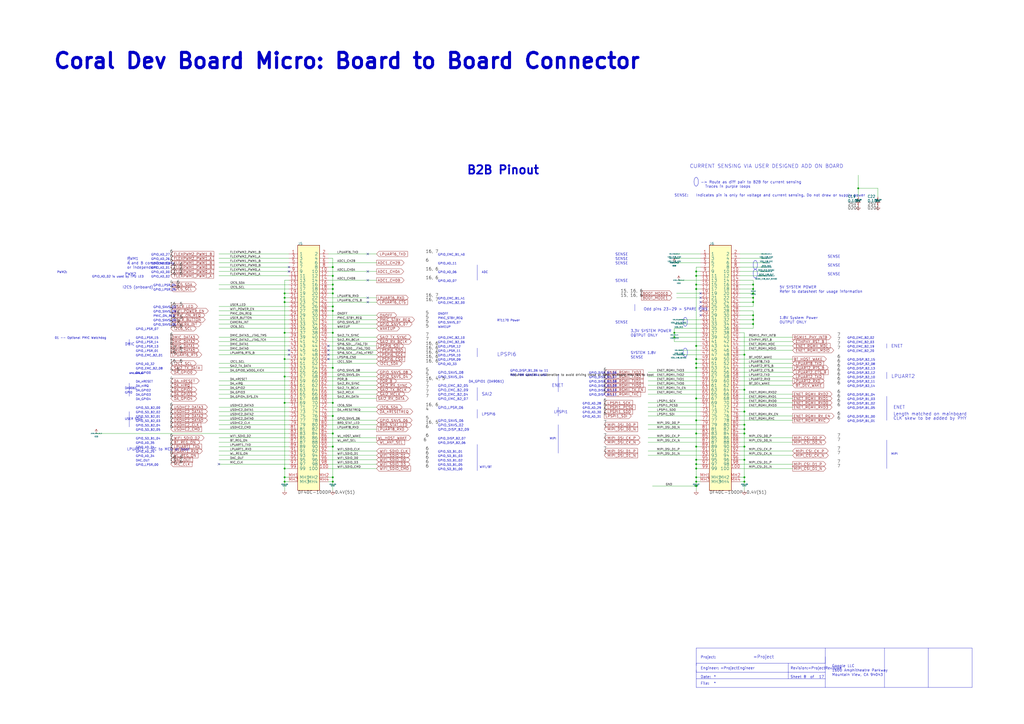
<source format=kicad_sch>
(kicad_sch (version 20230121) (generator eeschema)
  (paper "A2")
  (title_block (title "08 B2B-SchDoc") (date "31 01 2024"))
  (junction (at 193.04 213.36))
  (junction (at 193.04 193.04))
  (junction (at 165.1 170.18))
  (junction (at 403.86 279.4))
  (junction (at 436.88 185.42))
  (junction (at 431.8 279.4))
  (junction (at 431.8 246.38))
  (junction (at 165.1 208.28))
  (junction (at 436.88 175.26))
  (junction (at 193.04 160.02))
  (junction (at 436.88 170.18))
  (junction (at 193.04 251.46))
  (junction (at 165.1 172.72))
  (junction (at 165.1 271.78))
  (junction (at 403.86 200.66))
  (junction (at 193.04 233.68))
  (junction (at 403.86 243.84))
  (junction (at 403.86 266.7))
  (junction (at 403.86 269.24))
  (junction (at 165.1 175.26))
  (junction (at 193.04 259.08))
  (junction (at 403.86 276.86))
  (junction (at 165.1 193.04))
  (junction (at 436.88 172.72))
  (junction (at 431.8 259.08))
  (junction (at 403.86 160.02))
  (junction (at 431.8 238.76))
  (junction (at 403.86 210.82))
  (junction (at 193.04 180.34))
  (junction (at 165.1 276.86))
  (junction (at 193.04 170.18))
  (junction (at 165.1 233.68))
  (junction (at 193.04 167.64))
  (junction (at 431.8 276.86))
  (junction (at 403.86 271.78))
  (junction (at 403.86 167.64))
  (junction (at 193.04 279.4))
  (junction (at 403.86 165.1))
  (junction (at 431.8 205.74))
  (junction (at 436.88 165.1))
  (junction (at 403.86 231.14))
  (junction (at 403.86 208.28))
  (junction (at 193.04 276.86))
  (junction (at 403.86 281.94))
  (junction (at 436.88 182.88))
  (junction (at 431.8 226.06))
  (junction (at 431.8 248.92))
  (junction (at 193.04 154.94))
  (junction (at 403.86 251.46))
  (junction (at 193.04 177.8))
  (junction (at 193.04 165.1))
  (junction (at 431.8 251.46))
  (junction (at 403.86 259.08))
  (junction (at 165.1 279.4))
  (junction (at 391.16 195.58))
  (junction (at 193.04 241.3))
  (junction (at 436.88 167.64))
  (junction (at 391.16 193.04))
  (junction (at 165.1 218.44))
  (junction (at 403.86 213.36))
  (junction (at 431.8 266.7))
  (junction (at 403.86 157.48))
  (junction (at 436.88 187.96))
  (junction (at 497.84 109.22))
  (no_connect (at 213.36 172.72))
  (no_connect (at 190.5 208.28))
  (no_connect (at 190.5 203.2))
  (no_connect (at 213.36 147.32))
  (no_connect (at 213.36 162.56))
  (no_connect (at 127 269.24))
  (no_connect (at 167.64 205.74))
  (no_connect (at 190.5 200.66))
  (no_connect (at 406.4 182.88))
  (no_connect (at 406.4 170.18))
  (no_connect (at 406.4 172.72))
  (no_connect (at 406.4 177.8))
  (no_connect (at 213.36 175.26))
  (no_connect (at 167.64 203.2))
  (no_connect (at 406.4 175.26))
  (no_connect (at 167.64 157.48))
  (no_connect (at 406.4 180.34))
  (no_connect (at 190.5 205.74))
  (no_connect (at 167.64 154.94))
  (no_connect (at 213.36 157.48))
  (polyline (pts (xy 437.388 155.702) (xy 437.5658 155.9306)))
  (wire (pts (xy 403.86 251.46) (xy 403.86 259.08)))
  (wire (pts (xy 193.04 233.68) (xy 190.5 233.68)))
  (polyline (pts (xy 436.88 158.75) (xy 436.88 159.131)))
  (polyline (pts (xy 439.039 155.448) (xy 439.166 155.1432)))
  (wire (pts (xy 406.4 172.72) (xy 392.43 172.72)))
  (wire (pts (xy 403.86 213.36) (xy 403.86 231.14)))
  (polyline (pts (xy 368.3 180.34) (xy 368.3 176.53)))
  (wire (pts (xy 429.26 266.7) (xy 431.8 266.7)))
  (wire (pts (xy 403.86 231.14) (xy 406.4 231.14)))
  (wire (pts (xy 391.16 198.12) (xy 391.16 195.58)))
  (polyline (pts (xy 397.3068 206.9592) (xy 397.51 207.01)))
  (polyline (pts (xy 437.2356 151.8666) (xy 437.1086 152.1714)))
  (polyline (pts (xy 438.15 156.21) (xy 438.3278 156.1592)))
  (polyline (pts (xy 74.93 247.65) (xy 74.93 238.76)))
  (wire (pts (xy 406.4 190.5) (xy 391.16 190.5)))
  (polyline (pts (xy 396.367 205.613) (xy 396.4686 205.9432)))
  (wire (pts (xy 190.5 185.42) (xy 218.44 185.42)))
  (wire (pts (xy 403.86 271.78) (xy 406.4 271.78)))
  (polyline (pts (xy 403.4536 102.997) (xy 403.2758 103.1494)))
  (wire (pts (xy 167.64 215.9) (xy 127 215.9)))
  (polyline (pts (xy 403.86 393.7) (xy 478.79 393.7)))
  (polyline (pts (xy 438.531 156.3116) (xy 438.3278 156.2354)))
  (polyline (pts (xy 439.2676 154.813) (xy 439.3438 154.432)))
  (wire (pts (xy 193.04 251.46) (xy 193.04 241.3)))
  (wire (pts (xy 459.74 233.68) (xy 429.26 233.68)))
  (wire (pts (xy 406.4 251.46) (xy 403.86 251.46)))
  (polyline (pts (xy 404.5966 103.378) (xy 404.4188 103.1494)))
  (polyline (pts (xy 405.1046 105.8164) (xy 405.13 105.41)))
  (wire (pts (xy 431.8 226.06) (xy 431.8 205.74)))
  (polyline (pts (xy 396.24 204.47) (xy 396.24 204.851)))
  (wire (pts (xy 190.5 243.84) (xy 218.44 243.84)))
  (wire (pts (xy 429.26 246.38) (xy 431.8 246.38)))
  (wire (pts (xy 167.64 182.88) (xy 127 182.88)))
  (polyline (pts (xy 404.4188 103.1494) (xy 404.241 102.997)))
  (wire (pts (xy 190.5 172.72) (xy 218.44 172.72)))
  (polyline (pts (xy 405.0538 106.1974) (xy 405.1046 105.8164)))
  (wire (pts (xy 127 157.48) (xy 167.64 157.48)))
  (wire (pts (xy 429.26 170.18) (xy 436.88 170.18)))
  (wire (pts (xy 436.88 162.56) (xy 429.26 162.56)))
  (wire (pts (xy 406.4 233.68) (xy 375.92 233.68)))
  (polyline (pts (xy 398.2466 184.6326) (xy 398.0688 184.404)))
  (wire (pts (xy 436.88 187.96) (xy 429.26 187.96)))
  (wire (pts (xy 165.1 170.18) (xy 165.1 162.56)))
  (polyline (pts (xy 74.93 229.87) (xy 74.93 222.25)))
  (wire (pts (xy 190.5 238.76) (xy 218.44 238.76)))
  (polyline (pts (xy 396.2908 205.232) (xy 396.367 205.613)))
  (wire (pts (xy 403.86 269.24) (xy 406.4 269.24)))
  (polyline (pts (xy 513.08 398.78) (xy 513.08 375.92)))
  (polyline (pts (xy 398.0688 184.404) (xy 397.891 184.2516)))
  (polyline (pts (xy 514.35 243.84) (xy 514.35 229.87)))
  (wire (pts (xy 406.4 185.42) (xy 393.7 185.42)))
  (wire (pts (xy 406.4 248.92) (xy 375.92 248.92)))
  (wire (pts (xy 375.92 215.9) (xy 406.4 215.9)))
  (wire (pts (xy 406.4 187.96) (xy 393.7 187.96)))
  (wire (pts (xy 431.8 246.38) (xy 431.8 238.76)))
  (polyline (pts (xy 439.039 156.9466) (xy 438.8866 156.6926)))
  (polyline (pts (xy 404.9776 104.267) (xy 404.876 103.9368)))
  (wire (pts (xy 193.04 165.1) (xy 190.5 165.1)))
  (polyline (pts (xy 403.86 375.92) (xy 563.88 375.92)))
  (wire (pts (xy 431.8 238.76) (xy 429.26 238.76)))
  (polyline (pts (xy 437.5658 155.9306) (xy 437.7436 156.083)))
  (polyline (pts (xy 396.367 203.3016) (xy 396.2908 203.6826)))
  (wire (pts (xy 167.64 167.64) (xy 127 167.64)))
  (wire (pts (xy 193.04 259.08) (xy 190.5 259.08)))
  (wire (pts (xy 190.5 256.54) (xy 218.44 256.54)))
  (wire (pts (xy 193.04 167.64) (xy 193.04 165.1)))
  (wire (pts (xy 167.64 147.32) (xy 127 147.32)))
  (polyline (pts (xy 438.7088 156.464) (xy 438.531 156.3116)))
  (wire (pts (xy 429.26 215.9) (xy 459.74 215.9)))
  (polyline (pts (xy 396.24 186.2836) (xy 396.24 186.69)))
  (polyline (pts (xy 436.88 158.3436) (xy 436.88 158.75)))
  (polyline (pts (xy 404.749 107.2134) (xy 404.876 106.9086)))
  (polyline (pts (xy 438.7088 155.9306) (xy 438.8866 155.702)))
  (wire (pts (xy 190.5 157.48) (xy 218.44 157.48)))
  (wire (pts (xy 406.4 157.48) (xy 403.86 157.48)))
  (wire (pts (xy 167.64 264.16) (xy 127 264.16)))
  (wire (pts (xy 436.88 175.26) (xy 429.26 175.26)))
  (polyline (pts (xy 439.42 153.6446) (xy 439.3946 153.2636)))
  (wire (pts (xy 429.26 208.28) (xy 459.74 208.28)))
  (wire (pts (xy 167.64 195.58) (xy 127 195.58)))
  (polyline (pts (xy 398.526 202.9714) (xy 398.399 202.6666)))
  (wire (pts (xy 190.5 236.22) (xy 218.44 236.22)))
  (wire (pts (xy 429.26 264.16) (xy 459.74 264.16)))
  (polyline (pts (xy 74.93 200.66) (xy 74.93 196.85)))
  (wire (pts (xy 375.92 226.06) (xy 406.4 226.06)))
  (wire (pts (xy 459.74 243.84) (xy 429.26 243.84)))
  (polyline (pts (xy 396.9258 184.404) (xy 396.748 184.6326)))
  (wire (pts (xy 167.64 266.7) (xy 127 266.7)))
  (polyline (pts (xy 398.0688 202.184) (xy 397.891 202.0316)))
  (wire (pts (xy 391.16 190.5) (xy 391.16 193.04)))
  (polyline (pts (xy 398.7546 187.071) (xy 398.78 186.6646)))
  (wire (pts (xy 167.64 190.5) (xy 127 190.5)))
  (polyline (pts (xy 403.86 398.78) (xy 563.88 398.78)))
  (polyline (pts (xy 404.749 103.632) (xy 404.5966 103.378)))
  (wire (pts (xy 165.1 284.48) (xy 165.1 279.4)))
  (wire (pts (xy 436.88 175.26) (xy 436.88 177.8)))
  (polyline (pts (xy 439.166 152.1714) (xy 439.039 151.8666)))
  (wire (pts (xy 406.4 208.28) (xy 403.86 208.28)))
  (polyline (pts (xy 514.35 271.78) (xy 514.35 255.27)))
  (wire (pts (xy 190.5 203.2) (xy 218.44 203.2)))
  (wire (pts (xy 190.5 200.66) (xy 218.44 200.66)))
  (polyline (pts (xy 396.5956 206.248) (xy 396.748 206.502)))
  (polyline (pts (xy 437.7436 156.083) (xy 437.9468 156.1592)))
  (wire (pts (xy 167.64 223.52) (xy 127 223.52)))
  (wire (pts (xy 497.84 109.22) (xy 497.84 101.6)))
  (wire (pts (xy 190.5 228.6) (xy 218.44 228.6)))
  (polyline (pts (xy 439.42 158.7246) (xy 439.3946 158.3436)))
  (wire (pts (xy 444.5 147.32) (xy 429.26 147.32)))
  (polyline (pts (xy 398.7038 185.9026) (xy 398.6276 185.5216)))
  (polyline (pts (xy 436.9308 159.512) (xy 437.007 159.893)))
  (polyline (pts (xy 398.0688 188.9506) (xy 398.2466 188.722)))
  (wire (pts (xy 190.5 195.58) (xy 218.44 195.58)))
  (wire (pts (xy 167.64 231.14) (xy 127 231.14)))
  (polyline (pts (xy 396.748 184.6326) (xy 396.5956 184.8866)))
  (wire (pts (xy 459.74 223.52) (xy 429.26 223.52)))
  (polyline (pts (xy 405.1046 105.029) (xy 405.0538 104.648)))
  (wire (pts (xy 429.26 157.48) (xy 444.5 157.48)))
  (polyline (pts (xy 439.3438 154.432) (xy 439.3946 154.051)))
  (polyline (pts (xy 398.6276 203.3016) (xy 398.526 202.9714)))
  (polyline (pts (xy 402.8186 106.9086) (xy 402.9456 107.2134)))
  (wire (pts (xy 375.92 223.52) (xy 406.4 223.52)))
  (wire (pts (xy 193.04 233.68) (xy 193.04 213.36)))
  (polyline (pts (xy 437.9468 151.1554) (xy 437.7436 151.2316)))
  (wire (pts (xy 509.27 109.22) (xy 497.84 109.22)))
  (wire (pts (xy 190.5 223.52) (xy 218.44 223.52)))
  (wire (pts (xy 429.26 251.46) (xy 431.8 251.46)))
  (polyline (pts (xy 398.7546 204.851) (xy 398.78 204.4446)))
  (wire (pts (xy 431.8 279.4) (xy 431.8 284.48)))
  (wire (pts (xy 429.26 198.12) (xy 459.74 198.12)))
  (polyline (pts (xy 398.2466 206.502) (xy 398.399 206.248)))
  (wire (pts (xy 190.5 246.38) (xy 218.44 246.38)))
  (polyline (pts (xy 397.3068 201.9554) (xy 397.1036 202.0316)))
  (wire (pts (xy 127 185.42) (xy 167.64 185.42)))
  (wire (pts (xy 193.04 170.18) (xy 190.5 170.18)))
  (wire (pts (xy 444.5 160.02) (xy 429.26 160.02)))
  (wire (pts (xy 190.5 264.16) (xy 218.44 264.16)))
  (polyline (pts (xy 403.86 398.78) (xy 403.86 375.92)))
  (polyline (pts (xy 403.86 107.95) (xy 404.0378 107.9246)))
  (wire (pts (xy 459.74 228.6) (xy 429.26 228.6)))
  (wire (pts (xy 165.1 276.86) (xy 167.64 276.86)))
  (wire (pts (xy 193.04 213.36) (xy 190.5 213.36)))
  (wire (pts (xy 429.26 190.5) (xy 436.88 190.5)))
  (wire (pts (xy 193.04 279.4) (xy 193.04 276.86)))
  (polyline (pts (xy 438.8866 151.6126) (xy 438.7088 151.384)))
  (polyline (pts (xy 397.6878 184.1754) (xy 397.4846 184.15)))
  (polyline (pts (xy 404.4188 107.696) (xy 404.5966 107.4674)))
  (polyline (pts (xy 396.748 206.502) (xy 396.9258 206.7306)))
  (wire (pts (xy 190.5 182.88) (xy 218.44 182.88)))
  (wire (pts (xy 406.4 246.38) (xy 375.92 246.38)))
  (polyline (pts (xy 437.7436 161.163) (xy 437.9468 161.2392)))
  (wire (pts (xy 193.04 149.86) (xy 190.5 149.86)))
  (polyline (pts (xy 437.388 156.6926) (xy 437.2356 156.9466)))
  (wire (pts (xy 167.64 254) (xy 127 254)))
  (polyline (pts (xy 438.7088 161.0106) (xy 438.8866 160.782)))
  (polyline (pts (xy 397.6878 189.1792) (xy 397.891 189.103)))
  (polyline (pts (xy 397.51 207.01) (xy 397.6878 206.9592)))
  (polyline (pts (xy 398.6276 205.613) (xy 398.7038 205.232)))
  (polyline (pts (xy 398.526 185.1914) (xy 398.399 184.8866)))
  (polyline (pts (xy 439.3946 154.051) (xy 439.42 153.6446)))
  (wire (pts (xy 403.86 281.94) (xy 403.86 284.48)))
  (wire (pts (xy 167.64 251.46) (xy 55.88 251.46)))
  (polyline (pts (xy 396.748 202.4126) (xy 396.5956 202.6666)))
  (wire (pts (xy 167.64 218.44) (xy 165.1 218.44)))
  (polyline (pts (xy 323.85 241.3) (xy 323.85 236.22)))
  (wire (pts (xy 391.16 152.4) (xy 406.4 152.4)))
  (polyline (pts (xy 403.098 107.4674) (xy 403.2758 107.696)))
  (wire (pts (xy 436.88 182.88) (xy 436.88 185.42)))
  (polyline (pts (xy 396.9258 188.9506) (xy 397.1036 189.103)))
  (polyline (pts (xy 397.891 189.103) (xy 398.0688 188.9506)))
  (wire (pts (xy 167.64 187.96) (xy 127 187.96)))
  (polyline (pts (xy 402.6408 106.1974) (xy 402.717 106.5784)))
  (polyline (pts (xy 404.5966 107.4674) (xy 404.749 107.2134)))
  (polyline (pts (xy 398.78 204.4446) (xy 398.7546 204.0636)))
  (wire (pts (xy 406.4 228.6) (xy 375.92 228.6)))
  (wire (pts (xy 403.86 269.24) (xy 403.86 271.78)))
  (wire (pts (xy 190.5 254) (xy 218.44 254)))
  (polyline (pts (xy 437.007 157.5816) (xy 436.9308 157.9626)))
  (wire (pts (xy 403.86 210.82) (xy 403.86 213.36)))
  (wire (pts (xy 403.86 243.84) (xy 403.86 251.46)))
  (polyline (pts (xy 397.3068 184.1754) (xy 397.1036 184.2516)))
  (polyline (pts (xy 438.8866 156.6926) (xy 438.7088 156.464)))
  (polyline (pts (xy 436.88 153.67) (xy 436.88 154.051)))
  (wire (pts (xy 165.1 208.28) (xy 167.64 208.28)))
  (polyline (pts (xy 398.399 184.8866) (xy 398.2466 184.6326)))
  (wire (pts (xy 190.5 190.5) (xy 218.44 190.5)))
  (wire (pts (xy 459.74 231.14) (xy 429.26 231.14)))
  (polyline (pts (xy 397.6878 201.9554) (xy 397.4846 201.93)))
  (polyline (pts (xy 437.007 154.813) (xy 437.1086 155.1432)))
  (wire (pts (xy 375.92 238.76) (xy 406.4 238.76)))
  (wire (pts (xy 403.86 276.86) (xy 403.86 279.4)))
  (polyline (pts (xy 398.0688 206.7306) (xy 398.2466 206.502)))
  (wire (pts (xy 190.5 152.4) (xy 218.44 152.4)))
  (wire (pts (xy 167.64 236.22) (xy 127 236.22)))
  (polyline (pts (xy 74.93 153.67) (xy 74.93 148.59)))
  (polyline (pts (xy 398.78 186.6646) (xy 398.7546 186.2836)))
  (wire (pts (xy 167.64 220.98) (xy 127 220.98)))
  (polyline (pts (xy 398.7038 205.232) (xy 398.7546 204.851)))
  (polyline (pts (xy 437.5658 156.464) (xy 437.388 156.6926)))
  (polyline (pts (xy 457.2 393.7) (xy 457.2 384.81)))
  (wire (pts (xy 406.4 147.32) (xy 391.16 147.32)))
  (wire (pts (xy 436.88 170.18) (xy 436.88 172.72)))
  (wire (pts (xy 459.74 213.36) (xy 429.26 213.36)))
  (wire (pts (xy 391.16 193.04) (xy 391.16 195.58)))
  (wire (pts (xy 165.1 172.72) (xy 165.1 170.18)))
  (wire (pts (xy 459.74 241.3) (xy 429.26 241.3)))
  (wire (pts (xy 190.5 147.32) (xy 218.44 147.32)))
  (polyline (pts (xy 397.1036 189.103) (xy 397.3068 189.1792)))
  (polyline (pts (xy 396.9258 202.184) (xy 396.748 202.4126)))
  (wire (pts (xy 167.64 193.04) (xy 165.1 193.04)))
  (wire (pts (xy 431.8 246.38) (xy 431.8 248.92)))
  (wire (pts (xy 190.5 215.9) (xy 218.44 215.9)))
  (wire (pts (xy 431.8 276.86) (xy 431.8 279.4)))
  (polyline (pts (xy 398.7546 204.0636) (xy 398.7038 203.6826)))
  (polyline (pts (xy 438.8866 155.702) (xy 439.039 155.448)))
  (wire (pts (xy 193.04 193.04) (xy 193.04 180.34)))
  (wire (pts (xy 436.88 182.88) (xy 429.26 182.88)))
  (polyline (pts (xy 396.24 187.071) (xy 396.2908 187.452)))
  (wire (pts (xy 406.4 220.98) (xy 375.92 220.98)))
  (polyline (pts (xy 402.6408 104.648) (xy 402.59 105.029)))
  (wire (pts (xy 190.5 198.12) (xy 218.44 198.12)))
  (polyline (pts (xy 436.88 159.131) (xy 436.9308 159.512)))
  (wire (pts (xy 429.26 154.94) (xy 444.5 154.94)))
  (polyline (pts (xy 398.526 205.9432) (xy 398.6276 205.613)))
  (wire (pts (xy 165.1 276.86) (xy 165.1 271.78)))
  (polyline (pts (xy 438.3278 161.2392) (xy 438.531 161.163)))
  (wire (pts (xy 436.88 180.34) (xy 429.26 180.34)))
  (wire (pts (xy 429.26 167.64) (xy 436.88 167.64)))
  (wire (pts (xy 190.5 187.96) (xy 218.44 187.96)))
  (polyline (pts (xy 396.2908 185.9026) (xy 396.24 186.2836)))
  (polyline (pts (xy 403.86 384.81) (xy 403.86 386.08)))
  (wire (pts (xy 167.64 271.78) (xy 165.1 271.78)))
  (polyline (pts (xy 398.399 206.248) (xy 398.526 205.9432)))
  (wire (pts (xy 406.4 203.2) (xy 393.7 203.2)))
  (polyline (pts (xy 437.1086 155.1432) (xy 437.2356 155.448)))
  (wire (pts (xy 190.5 175.26) (xy 218.44 175.26)))
  (wire (pts (xy 406.4 205.74) (xy 393.7 205.74)))
  (polyline (pts (xy 437.007 152.5016) (xy 436.9308 152.8826)))
  (wire (pts (xy 429.26 210.82) (xy 459.74 210.82)))
  (polyline (pts (xy 437.007 159.893) (xy 437.1086 160.2232)))
  (wire (pts (xy 403.86 259.08) (xy 406.4 259.08)))
  (polyline (pts (xy 402.59 105.8164) (xy 402.6408 106.1974)))
  (wire (pts (xy 167.64 180.34) (xy 127 180.34)))
  (wire (pts (xy 431.8 226.06) (xy 429.26 226.06)))
  (polyline (pts (xy 398.399 188.468) (xy 398.526 188.1632)))
  (polyline (pts (xy 276.86 273.05) (xy 276.86 257.81)))
  (polyline (pts (xy 403.4536 107.8484) (xy 403.6568 107.9246)))
  (wire (pts (xy 403.86 154.94) (xy 403.86 157.48)))
  (polyline (pts (xy 403.2758 103.1494) (xy 403.098 103.378)))
  (wire (pts (xy 165.1 175.26) (xy 165.1 172.72)))
  (polyline (pts (xy 437.2356 156.9466) (xy 437.1086 157.2514)))
  (polyline (pts (xy 437.9468 156.1592) (xy 438.15 156.21)))
  (wire (pts (xy 406.4 243.84) (xy 403.86 243.84)))
  (polyline (pts (xy 396.5956 188.468) (xy 396.748 188.722)))
  (polyline (pts (xy 396.4686 205.9432) (xy 396.5956 206.248)))
  (polyline (pts (xy 438.8866 160.782) (xy 439.039 160.528)))
  (polyline (pts (xy 405.13 105.41) (xy 405.1046 105.029)))
  (wire (pts (xy 127 248.92) (xy 167.64 248.92)))
  (polyline (pts (xy 403.8346 102.87) (xy 403.6568 102.9208)))
  (polyline (pts (xy 439.166 155.1432) (xy 439.2676 154.813)))
  (wire (pts (xy 403.86 266.7) (xy 403.86 269.24)))
  (wire (pts (xy 193.04 154.94) (xy 190.5 154.94)))
  (polyline (pts (xy 396.4686 188.1632) (xy 396.5956 188.468)))
  (wire (pts (xy 403.86 271.78) (xy 403.86 276.86)))
  (wire (pts (xy 431.8 259.08) (xy 429.26 259.08)))
  (polyline (pts (xy 397.1036 202.0316) (xy 396.9258 202.184)))
  (wire (pts (xy 431.8 248.92) (xy 431.8 251.46)))
  (wire (pts (xy 127 256.54) (xy 167.64 256.54)))
  (polyline (pts (xy 323.85 262.89) (xy 323.85 246.38)))
  (polyline (pts (xy 396.748 188.722) (xy 396.9258 188.9506)))
  (polyline (pts (xy 478.79 389.89) (xy 403.86 389.89)))
  (wire (pts (xy 165.1 208.28) (xy 165.1 193.04)))
  (wire (pts (xy 127 160.02) (xy 167.64 160.02)))
  (polyline (pts (xy 396.367 187.833) (xy 396.4686 188.1632)))
  (wire (pts (xy 165.1 233.68) (xy 165.1 218.44)))
  (polyline (pts (xy 397.6878 206.9592) (xy 397.891 206.883)))
  (wire (pts (xy 190.5 218.44) (xy 218.44 218.44)))
  (wire (pts (xy 190.5 266.7) (xy 218.44 266.7)))
  (wire (pts (xy 165.1 279.4) (xy 165.1 276.86)))
  (wire (pts (xy 403.86 165.1) (xy 406.4 165.1)))
  (polyline (pts (xy 438.1246 151.13) (xy 437.9468 151.1554)))
  (wire (pts (xy 167.64 226.06) (xy 127 226.06)))
  (polyline (pts (xy 398.7038 187.452) (xy 398.7546 187.071)))
  (polyline (pts (xy 403.6568 107.9246) (xy 403.86 107.95)))
  (polyline (pts (xy 438.3278 156.2354) (xy 438.1246 156.21)))
  (polyline (pts (xy 478.79 381) (xy 478.79 389.89)))
  (wire (pts (xy 403.86 160.02) (xy 406.4 160.02)))
  (wire (pts (xy 190.5 205.74) (xy 218.44 205.74)))
  (wire (pts (xy 436.88 172.72) (xy 436.88 175.26)))
  (wire (pts (xy 193.04 241.3) (xy 193.04 233.68)))
  (polyline (pts (xy 478.79 393.7) (xy 478.79 389.89)))
  (wire (pts (xy 431.8 205.74) (xy 429.26 205.74)))
  (wire (pts (xy 459.74 203.2) (xy 429.26 203.2)))
  (wire (pts (xy 190.5 208.28) (xy 218.44 208.28)))
  (polyline (pts (xy 398.2466 188.722) (xy 398.399 188.468)))
  (wire (pts (xy 167.64 205.74) (xy 127 205.74)))
  (wire (pts (xy 406.4 241.3) (xy 375.92 241.3)))
  (polyline (pts (xy 398.7546 186.2836) (xy 398.7038 185.9026)))
  (wire (pts (xy 436.88 190.5) (xy 436.88 187.96)))
  (wire (pts (xy 167.64 154.94) (xy 127 154.94)))
  (polyline (pts (xy 436.9308 152.8826) (xy 436.88 153.2636)))
  (polyline (pts (xy 398.6276 187.833) (xy 398.7038 187.452)))
  (polyline (pts (xy 368.3 195.58) (xy 368.3 193.04)))
  (polyline (pts (xy 437.1086 157.2514) (xy 437.007 157.5816)))
  (wire (pts (xy 406.4 198.12) (xy 391.16 198.12)))
  (wire (pts (xy 193.04 193.04) (xy 190.5 193.04)))
  (polyline (pts (xy 437.388 151.6126) (xy 437.2356 151.8666)))
  (polyline (pts (xy 397.1036 184.2516) (xy 396.9258 184.404)))
  (wire (pts (xy 403.86 208.28) (xy 403.86 210.82)))
  (wire (pts (xy 193.04 279.4) (xy 190.5 279.4)))
  (wire (pts (xy 403.86 279.4) (xy 403.86 281.94)))
  (polyline (pts (xy 402.59 105.4354) (xy 402.59 105.8164)))
  (polyline (pts (xy 437.1086 160.2232) (xy 437.2356 160.528)))
  (wire (pts (xy 190.5 162.56) (xy 218.44 162.56)))
  (polyline (pts (xy 436.88 154.051) (xy 436.9308 154.432)))
  (polyline (pts (xy 396.5956 184.8866) (xy 396.4686 185.1914)))
  (wire (pts (xy 165.1 175.26) (xy 167.64 175.26)))
  (wire (pts (xy 444.5 149.86) (xy 429.26 149.86)))
  (polyline (pts (xy 396.24 204.851) (xy 396.2908 205.232)))
  (polyline (pts (xy 404.876 103.9368) (xy 404.749 103.632)))
  (polyline (pts (xy 437.5658 151.384) (xy 437.388 151.6126)))
  (polyline (pts (xy 405.0538 104.648) (xy 404.9776 104.267)))
  (polyline (pts (xy 398.6276 185.5216) (xy 398.526 185.1914)))
  (polyline (pts (xy 396.24 204.0636) (xy 396.24 204.47)))
  (wire (pts (xy 431.8 251.46) (xy 431.8 259.08)))
  (polyline (pts (xy 478.79 375.92) (xy 478.79 384.81)))
  (polyline (pts (xy 439.039 160.528) (xy 439.166 160.2232)))
  (wire (pts (xy 403.86 231.14) (xy 403.86 243.84)))
  (wire (pts (xy 167.64 177.8) (xy 127 177.8)))
  (polyline (pts (xy 439.2676 157.5816) (xy 439.166 157.2514)))
  (wire (pts (xy 406.4 167.64) (xy 403.86 167.64)))
  (polyline (pts (xy 436.9308 157.9626) (xy 436.88 158.3436)))
  (polyline (pts (xy 398.526 188.1632) (xy 398.6276 187.833)))
  (polyline (pts (xy 439.3946 153.2636) (xy 439.3438 152.8826)))
  (polyline (pts (xy 438.531 151.2316) (xy 438.3278 151.1554)))
  (polyline (pts (xy 403.098 103.378) (xy 402.9456 103.632)))
  (polyline (pts (xy 438.15 161.29) (xy 438.3278 161.2392)))
  (wire (pts (xy 429.26 195.58) (xy 459.74 195.58)))
  (polyline (pts (xy 402.9456 107.2134) (xy 403.098 107.4674)))
  (wire (pts (xy 193.04 177.8) (xy 193.04 170.18)))
  (polyline (pts (xy 398.7038 203.6826) (xy 398.6276 203.3016)))
  (wire (pts (xy 193.04 213.36) (xy 193.04 193.04)))
  (wire (pts (xy 436.88 165.1) (xy 436.88 162.56)))
  (wire (pts (xy 436.88 167.64) (xy 436.88 165.1)))
  (wire (pts (xy 193.04 284.48) (xy 193.04 279.4)))
  (wire (pts (xy 167.64 165.1) (xy 127 165.1)))
  (wire (pts (xy 167.64 152.4) (xy 127 152.4)))
  (polyline (pts (xy 438.531 156.083) (xy 438.7088 155.9306)))
  (polyline (pts (xy 478.79 398.78) (xy 478.79 393.7)))
  (wire (pts (xy 167.64 238.76) (xy 127 238.76)))
  (wire (pts (xy 378.46 281.94) (xy 403.86 281.94)))
  (polyline (pts (xy 437.9468 161.2392) (xy 438.15 161.29)))
  (wire (pts (xy 193.04 180.34) (xy 193.04 177.8)))
  (wire (pts (xy 403.86 266.7) (xy 406.4 266.7)))
  (polyline (pts (xy 396.2908 187.452) (xy 396.367 187.833)))
  (wire (pts (xy 406.4 162.56) (xy 393.7 162.56)))
  (polyline (pts (xy 276.86 242.57) (xy 276.86 237.49)))
  (polyline (pts (xy 437.7436 151.2316) (xy 437.5658 151.384)))
  (wire (pts (xy 403.86 276.86) (xy 406.4 276.86)))
  (wire (pts (xy 403.86 210.82) (xy 406.4 210.82)))
  (wire (pts (xy 165.1 218.44) (xy 165.1 208.28)))
  (wire (pts (xy 406.4 254) (xy 375.92 254)))
  (wire (pts (xy 190.5 231.14) (xy 218.44 231.14)))
  (wire (pts (xy 436.88 185.42) (xy 429.26 185.42)))
  (wire (pts (xy 403.86 259.08) (xy 403.86 266.7)))
  (polyline (pts (xy 402.717 104.267) (xy 402.6408 104.648)))
  (polyline (pts (xy 438.531 161.163) (xy 438.7088 161.0106)))
  (wire (pts (xy 193.04 241.3) (xy 190.5 241.3)))
  (wire (pts (xy 127 241.3) (xy 167.64 241.3)))
  (polyline (pts (xy 276.86 207.01) (xy 276.86 201.93)))
  (polyline (pts (xy 397.891 202.0316) (xy 397.6878 201.9554)))
  (wire (pts (xy 436.88 165.1) (xy 429.26 165.1)))
  (polyline (pts (xy 404.0378 102.9208) (xy 403.8346 102.87)))
  (wire (pts (xy 436.88 182.88) (xy 436.88 180.34)))
  (polyline (pts (xy 396.4686 185.1914) (xy 396.367 185.5216)))
  (wire (pts (xy 403.86 167.64) (xy 403.86 200.66)))
  (wire (pts (xy 165.1 193.04) (xy 165.1 175.26)))
  (wire (pts (xy 431.8 276.86) (xy 429.26 276.86)))
  (wire (pts (xy 429.26 236.22) (xy 459.74 236.22)))
  (polyline (pts (xy 276.86 232.41) (xy 276.86 224.79)))
  (polyline (pts (xy 396.5956 202.6666) (xy 396.4686 202.9714)))
  (polyline (pts (xy 396.367 185.5216) (xy 396.2908 185.9026)))
  (wire (pts (xy 406.4 195.58) (xy 391.16 195.58)))
  (wire (pts (xy 436.88 187.96) (xy 436.88 185.42)))
  (wire (pts (xy 459.74 200.66) (xy 429.26 200.66)))
  (wire (pts (xy 403.86 157.48) (xy 403.86 160.02)))
  (polyline (pts (xy 437.9468 156.2354) (xy 437.7436 156.3116)))
  (polyline (pts (xy 397.1036 206.883) (xy 397.3068 206.9592)))
  (wire (pts (xy 391.16 193.04) (xy 406.4 193.04)))
  (polyline (pts (xy 438.7088 151.384) (xy 438.531 151.2316)))
  (wire (pts (xy 431.8 279.4) (xy 429.26 279.4)))
  (wire (pts (xy 193.04 177.8) (xy 190.5 177.8)))
  (wire (pts (xy 403.86 208.28) (xy 403.86 200.66)))
  (wire (pts (xy 190.5 220.98) (xy 218.44 220.98)))
  (polyline (pts (xy 439.2676 159.893) (xy 439.3438 159.512)))
  (polyline (pts (xy 437.388 160.782) (xy 437.5658 161.0106)))
  (polyline (pts (xy 563.88 398.78) (xy 563.88 375.92)))
  (polyline (pts (xy 396.2908 203.6826) (xy 396.24 204.0636)))
  (polyline (pts (xy 276.86 162.56) (xy 276.86 153.67)))
  (wire (pts (xy 165.1 172.72) (xy 167.64 172.72)))
  (wire (pts (xy 190.5 248.92) (xy 218.44 248.92)))
  (wire (pts (xy 375.92 236.22) (xy 406.4 236.22)))
  (polyline (pts (xy 437.1086 152.1714) (xy 437.007 152.5016)))
  (wire (pts (xy 165.1 271.78) (xy 165.1 233.68)))
  (wire (pts (xy 190.5 271.78) (xy 218.44 271.78)))
  (wire (pts (xy 167.64 210.82) (xy 127 210.82)))
  (polyline (pts (xy 439.2676 152.5016) (xy 439.166 152.1714)))
  (wire (pts (xy 127 243.84) (xy 167.64 243.84)))
  (wire (pts (xy 127 149.86) (xy 167.64 149.86)))
  (polyline (pts (xy 436.88 153.2636) (xy 436.88 153.67)))
  (wire (pts (xy 167.64 198.12) (xy 127 198.12)))
  (polyline (pts (xy 478.79 384.81) (xy 403.86 384.81)))
  (wire (pts (xy 429.26 261.62) (xy 459.74 261.62)))
  (wire (pts (xy 403.86 213.36) (xy 406.4 213.36)))
  (polyline (pts (xy 439.166 157.2514) (xy 439.039 156.9466)))
  (wire (pts (xy 165.1 162.56) (xy 167.64 162.56)))
  (wire (pts (xy 190.5 261.62) (xy 218.44 261.62)))
  (polyline (pts (xy 404.241 107.8484) (xy 404.4188 107.696)))
  (wire (pts (xy 436.88 172.72) (xy 429.26 172.72)))
  (polyline (pts (xy 437.2356 155.448) (xy 437.388 155.702)))
  (wire (pts (xy 167.64 259.08) (xy 127 259.08)))
  (wire (pts (xy 193.04 251.46) (xy 190.5 251.46)))
  (polyline (pts (xy 396.24 186.69) (xy 396.24 187.071)))
  (polyline (pts (xy 439.166 160.2232) (xy 439.2676 159.893)))
  (polyline (pts (xy 397.4846 201.93) (xy 397.3068 201.9554)))
  (wire (pts (xy 375.92 218.44) (xy 406.4 218.44)))
  (polyline (pts (xy 439.3946 159.131) (xy 439.42 158.7246)))
  (wire (pts (xy 193.04 276.86) (xy 193.04 259.08)))
  (polyline (pts (xy 396.9258 206.7306) (xy 397.1036 206.883)))
  (wire (pts (xy 167.64 261.62) (xy 127 261.62)))
  (wire (pts (xy 193.04 180.34) (xy 190.5 180.34)))
  (polyline (pts (xy 436.9308 154.432) (xy 437.007 154.813)))
  (polyline (pts (xy 403.86 389.89) (xy 403.86 388.62)))
  (wire (pts (xy 406.4 261.62) (xy 375.92 261.62)))
  (wire (pts (xy 167.64 213.36) (xy 127 213.36)))
  (wire (pts (xy 429.26 269.24) (xy 459.74 269.24)))
  (wire (pts (xy 193.04 167.64) (xy 190.5 167.64)))
  (wire (pts (xy 167.64 228.6) (xy 127 228.6)))
  (wire (pts (xy 406.4 279.4) (xy 403.86 279.4)))
  (polyline (pts (xy 402.59 105.029) (xy 402.59 105.4354)))
  (wire (pts (xy 167.64 200.66) (xy 127 200.66)))
  (wire (pts (xy 403.86 167.64) (xy 403.86 165.1)))
  (wire (pts (xy 509.27 114.3) (xy 509.27 109.22)))
  (wire (pts (xy 406.4 256.54) (xy 375.92 256.54)))
  (wire (pts (xy 165.1 233.68) (xy 167.64 233.68)))
  (wire (pts (xy 165.1 170.18) (xy 167.64 170.18)))
  (polyline (pts (xy 403.6568 102.9208) (xy 403.4536 102.997)))
  (polyline (pts (xy 514.35 219.71) (xy 514.35 215.9)))
  (wire (pts (xy 193.04 170.18) (xy 193.04 167.64)))
  (polyline (pts (xy 397.4846 184.15) (xy 397.3068 184.1754)))
  (polyline (pts (xy 439.3438 157.9626) (xy 439.2676 157.5816)))
  (wire (pts (xy 436.88 177.8) (xy 429.26 177.8)))
  (wire (pts (xy 403.86 200.66) (xy 406.4 200.66)))
  (wire (pts (xy 193.04 259.08) (xy 193.04 251.46)))
  (polyline (pts (xy 438.3278 151.1554) (xy 438.1246 151.13)))
  (wire (pts (xy 406.4 264.16) (xy 375.92 264.16)))
  (polyline (pts (xy 397.891 206.883) (xy 398.0688 206.7306)))
  (polyline (pts (xy 439.039 151.8666) (xy 438.8866 151.6126)))
  (wire (pts (xy 193.04 160.02) (xy 193.04 154.94)))
  (wire (pts (xy 429.26 271.78) (xy 459.74 271.78)))
  (wire (pts (xy 431.8 193.04) (xy 431.8 205.74)))
  (wire (pts (xy 431.8 266.7) (xy 431.8 276.86)))
  (wire (pts (xy 429.26 218.44) (xy 459.74 218.44)))
  (polyline (pts (xy 398.2466 202.4126) (xy 398.0688 202.184)))
  (wire (pts (xy 190.5 226.06) (xy 218.44 226.06)))
  (polyline (pts (xy 439.3946 158.3436) (xy 439.3438 157.9626)))
  (wire (pts (xy 406.4 170.18) (xy 392.43 170.18)))
  (polyline (pts (xy 397.891 184.2516) (xy 397.6878 184.1754)))
  (polyline (pts (xy 323.85 227.33) (xy 323.85 217.17)))
  (polyline (pts (xy 538.48 398.78) (xy 538.48 375.92)))
  (polyline (pts (xy 396.4686 202.9714) (xy 396.367 203.3016)))
  (polyline (pts (xy 438.3278 156.1592) (xy 438.531 156.083)))
  (wire (pts (xy 429.26 256.54) (xy 459.74 256.54)))
  (wire (pts (xy 193.04 154.94) (xy 193.04 149.86)))
  (wire (pts (xy 403.86 160.02) (xy 403.86 165.1)))
  (wire (pts (xy 193.04 276.86) (xy 190.5 276.86)))
  (polyline (pts (xy 438.1246 156.21) (xy 437.9468 156.2354)))
  (wire (pts (xy 167.64 203.2) (xy 127 203.2)))
  (polyline (pts (xy 437.7436 156.3116) (xy 437.5658 156.464)))
  (polyline (pts (xy 439.3438 152.8826) (xy 439.2676 152.5016)))
  (wire (pts (xy 431.8 238.76) (xy 431.8 226.06)))
  (polyline (pts (xy 403.2758 107.696) (xy 403.4536 107.8484)))
  (wire (pts (xy 391.16 149.86) (xy 406.4 149.86)))
  (polyline (pts (xy 404.9776 106.5784) (xy 405.0538 106.1974)))
  (polyline (pts (xy 402.9456 103.632) (xy 402.8186 103.9368)))
  (polyline (pts (xy 437.2356 160.528) (xy 437.388 160.782)))
  (wire (pts (xy 165.1 279.4) (xy 167.64 279.4)))
  (wire (pts (xy 459.74 254) (xy 429.26 254)))
  (wire (pts (xy 429.26 152.4) (xy 444.5 152.4)))
  (polyline (pts (xy 402.717 106.5784) (xy 402.8186 106.9086)))
  (polyline (pts (xy 398.399 202.6666) (xy 398.2466 202.4126)))
  (polyline (pts (xy 439.3438 159.512) (xy 439.3946 159.131)))
  (wire (pts (xy 431.8 248.92) (xy 429.26 248.92)))
  (polyline (pts (xy 402.8186 103.9368) (xy 402.717 104.267)))
  (polyline (pts (xy 514.35 201.93) (xy 514.35 199.39)))
  (polyline (pts (xy 397.3068 189.1792) (xy 397.51 189.23)))
  (wire (pts (xy 497.84 114.3) (xy 497.84 109.22)))
  (wire (pts (xy 406.4 154.94) (xy 403.86 154.94)))
  (wire (pts (xy 190.5 210.82) (xy 218.44 210.82)))
  (wire (pts (xy 431.8 259.08) (xy 431.8 266.7)))
  (wire (pts (xy 190.5 269.24) (xy 218.44 269.24)))
  (wire (pts (xy 436.88 167.64) (xy 436.88 170.18)))
  (polyline (pts (xy 397.51 189.23) (xy 397.6878 189.1792)))
  (wire (pts (xy 167.64 246.38) (xy 127 246.38)))
  (polyline (pts (xy 404.0378 107.9246) (xy 404.241 107.8484)))
  (polyline (pts (xy 404.876 106.9086) (xy 404.9776 106.5784)))
  (wire (pts (xy 429.26 220.98) (xy 459.74 220.98)))
  (wire (pts (xy 193.04 165.1) (xy 193.04 160.02)))
  (wire (pts (xy 429.26 193.04) (xy 431.8 193.04)))
  (wire (pts (xy 193.04 160.02) (xy 190.5 160.02)))
  (polyline (pts (xy 437.5658 161.0106) (xy 437.7436 161.163)))
  (polyline (pts (xy 404.241 102.997) (xy 404.0378 102.9208)))
  (wire (pts (xy 167.64 269.24) (xy 127 269.24)))
  (text "GPIO_AD_03" (at 87.63 153.67 0) (effects (font (size 1.2192 1.2192)) (justify left bottom)))
  (text "GPIO_EMC_B2_19" (at 491.49 201.93 0) (effects (font (size 1.2192 1.2192)) (justify left bottom)))
  (text "GPIO_SNVS_05" (at 88.9 189.23 0) (effects (font (size 1.2192 1.2192)) (justify left bottom)))
  (text "GPIO_DISP_B1_02" (at 491.49 234.95 0) (effects (font (size 1.2192 1.2192)) (justify left bottom)))
  (text "LPUART2" (at 516.89 219.71 0) (effects (font (size 2.1336 2.1336)) (justify left bottom)))
  (text "GPIO_AD_34" (at 78.74 265.43 0) (effects (font (size 1.2192 1.2192)) (justify left bottom)))
  (text "GPIO_DISP_B1_03" (at 491.49 232.41 0) (effects (font (size 1.2192 1.2192)) (justify left bottom)))
  (text "GPIO_SD_B1_01" (at 254 262.89 0) (effects (font (size 1.2192 1.2192)) (justify left bottom)))
  (text "OUTPUT ONLY" (at 452.12 187.96 0) (effects (font (size 1.524 1.524)) (justify left bottom)))
  (text "or independent" (at 73.66 156.21 0) (effects (font (size 1.524 1.524)) (justify left bottom)))
  (text "GPIO_DISP_B1_06 to 11" (at 295.91 215.9 0) (effects (font (size 1.2192 1.2192)) (justify left bottom)))
  (text "GPIO_AD_27" (at 87.63 148.59 0) (effects (font (size 1.2192 1.2192)) (justify left bottom)))
  (text "DA_GPIO0" (at 78.74 217.17 0) (effects (font (size 1.2192 1.2192)) (justify left bottom)))
  (text "GPIO_AD_06" (at 254 158.75 0) (effects (font (size 1.2192 1.2192)) (justify left bottom)))
  (text "File:" (at 406.4 397.51 0) (effects (font (size 1.524 1.524)) (justify left bottom)))
  (text "DA_GPIO4" (at 78.74 232.41 0) (effects (font (size 1.2192 1.2192)) (justify left bottom)))
  (text "B2B Pinout" (at 270.51 101.6 0) (effects (font (size 4.8768 4.8768) (thickness 0.9754) bold) (justify left bottom)))
  (text "Coral Dev Board Micro: Board to Board Connector" (at 30.48 40.64 0) (effects (font (size 8.8392 8.8392) (thickness 1.7678) bold) (justify left bottom)))
  (text "5V SYSTEM POWER" (at 452.12 167.64 0) (effects (font (size 1.524 1.524)) (justify left bottom)))
  (text "1.8V System Power" (at 452.12 185.42 0) (effects (font (size 1.524 1.524)) (justify left bottom)))
  (text "GPIO_SD_B2_01" (at 78.74 242.57 0) (effects (font (size 1.2192 1.2192)) (justify left bottom)))
  (text "PWM1" (at 73.66 151.13 0) (effects (font (size 1.524 1.524)) (justify left bottom)))
  (text "GPIO_DISP_B2_07" (at 254 255.27 0) (effects (font (size 1.2192 1.2192)) (justify left bottom)))
  (text "DAC_OUT" (at 78.74 267.97 0) (effects (font (size 1.2192 1.2192)) (justify left bottom)))
  (text "GPIO_DISP_B1_07" (at 341.63 219.71 0) (effects (font (size 1.2192 1.2192)) (justify left bottom)))
  (text "SENSE" (at 480.06 160.02 0) (effects (font (size 1.524 1.524)) (justify left bottom)))
  (text "GPIO_LPSR_05" (at 88.9 168.91 0) (effects (font (size 1.2192 1.2192)) (justify left bottom)))
  (text "GPIO_SNVS_03" (at 88.9 179.07 0) (effects (font (size 1.2192 1.2192)) (justify left bottom)))
  (text "SENSE" (at 356.87 163.83 0) (effects (font (size 1.524 1.524)) (justify left bottom)))
  (text "GPIO_DISP_B1_10" (at 341.63 227.33 0) (effects (font (size 1.2192 1.2192)) (justify left bottom)))
  (text "GPIO_SD_B1_03" (at 254 265.43 0) (effects (font (size 1.2192 1.2192)) (justify left bottom)))
  (text "GPIO_SNVS_06" (at 254 245.11 0) (effects (font (size 1.3716 1.3716)) (justify left bottom)))
  (text "GPIO_DISP_B1_09" (at 341.63 224.79 0) (effects (font (size 1.2192 1.2192)) (justify left bottom)))
  (text "GPIO_AD_32" (at 78.74 212.09 0) (effects (font (size 1.2192 1.2192)) (justify left bottom)))
  (text "A and B complimentary" (at 73.66 153.67 0) (effects (font (size 1.524 1.524)) (justify left bottom)))
  (text "Odd pins 23-29 > SPARE PINS" (at 373.38 180.34 0) (effects (font (size 1.524 1.524)) (justify left bottom)))
  (text "1600 Amphitheatre Parkway" (at 482.6 389.89 0) (effects (font (size 1.524 1.524)) (justify left bottom)))
  (text "GPIO_EMC_B2_08" (at 78.74 214.63 0) (effects (font (size 1.2192 1.2192)) (justify left bottom)))
  (text "GPIO_AD_25" (at 78.74 262.89 0) (effects (font (size 1.2192 1.2192)) (justify left bottom)))
  (text "SENSE" (at 356.87 148.59 0) (effects (font (size 1.524 1.524)) (justify left bottom)))
  (text "GPIO_DISP_B1_06" (at 341.63 217.17 0) (effects (font (size 1.2192 1.2192)) (justify left bottom)))
  (text "GPIO_DISP_B2_10" (at 491.49 219.71 0) (effects (font (size 1.2192 1.2192)) (justify left bottom)))
  (text "DA9061" (at 72.39 226.06 0) (effects (font (size 1.2192 1.2192)) (justify left bottom)))
  (text "GPIO_LPSR_01" (at 78.74 204.47 0) (effects (font (size 1.2192 1.2192)) (justify left bottom)))
  (text "GPIO_DISP_B2_14" (at 491.49 224.79 0) (effects (font (size 1.2192 1.2192)) (justify left bottom)))
  (text "GPIO_EMC_B2_07" (at 254 232.41 0) (effects (font (size 1.3716 1.3716)) (justify left bottom)))
  (text "GPIO_SD_B2_03" (at 78.74 245.11 0) (effects (font (size 1.2192 1.2192)) (justify left bottom)))
  (text "CURRENT SENSING VIA USER DESIGNED ADD ON BOARD" (at 400.05 97.79 0) (effects (font (size 2.1336 2.1336)) (justify left bottom)))
  (text "DA_nIRQ" (at 78.74 224.79 0) (effects (font (size 1.2192 1.2192)) (justify left bottom)))
  (text "GPIO_EMC_B2_03" (at 491.49 199.39 0) (effects (font (size 1.2192 1.2192)) (justify left bottom)))
  (text "WIFI/BT" (at 278.13 271.78 0) (effects (font (size 1.2192 1.2192)) (justify left bottom)))
  (text "GPIO_SNVS_07" (at 254 187.96 0) (effects (font (size 1.2192 1.2192)) (justify left bottom)))
  (text "GPIO_EMC_B2_10" (at 254 196.85 0) (effects (font (size 1.2192 1.2192)) (justify left bottom)))
  (text "Sheet" (at 458.47 393.7 0) (effects (font (size 1.524 1.524)) (justify left bottom)))
  (text "SENSE" (at 356.87 153.67 0) (effects (font (size 1.524 1.524)) (justify left bottom)))
  (text "GPIO_EMC_B2_05" (at 254 224.79 0) (effects (font (size 1.3716 1.3716)) (justify left bottom)))
  (text "=ProjectEngineer" (at 417.83 388.62 0) (effects (font (size 1.524 1.524)) (justify left bottom)))
  (text "GPIO_LPSR_04" (at 88.9 166.37 0) (effects (font (size 1.2192 1.2192)) (justify left bottom)))
  (text "CLK skew to be added by PHY" (at 518.16 243.84 0) (effects (font (size 1.8288 1.8288)) (justify left bottom)))
  (text "ADC" (at 279.4 158.75 0) (effects (font (size 1.2192 1.2192)) (justify left bottom)))
  (text "GPIO_AD_29" (at 337.82 237.49 0) (effects (font (size 1.2192 1.2192)) (justify left bottom)))
  (text "GPIO_LPSR_12" (at 254 201.93 0) (effects (font (size 1.2192 1.2192)) (justify left bottom)))
  (text "OUTPUT ONLY" (at 365.76 195.58 0) (effects (font (size 1.524 1.524)) (justify left bottom)))
  (text "SENSE" (at 480.06 149.86 0) (effects (font (size 1.524 1.524)) (justify left bottom)))
  (text "GPIO_SD_B1_02" (at 254 267.97 0) (effects (font (size 1.2192 1.2192)) (justify left bottom)))
  (text "8" (at 466.09 393.7 0) (effects (font (size 1.524 1.524)) (justify left bottom)))
  (text "GPIO_LPSR_13" (at 78.74 201.93 0) (effects (font (size 1.2192 1.2192)) (justify left bottom)))
  (text "ONOFF" (at 254 182.88 0) (effects (font (size 1.2192 1.2192)) (justify left bottom)))
  (text "Project:" (at 406.4 382.27 0) (effects (font (size 1.524 1.524)) (justify left bottom)))
  (text "GPIO_AD_02" (at 87.63 161.29 0) (effects (font (size 1.2192 1.2192)) (justify left bottom)))
  (text "GPIO_DISP_B2_06" (at 254 257.81 0) (effects (font (size 1.2192 1.2192)) (justify left bottom)))
  (text "-> Route as diff pair to B2B for current sensing" (at 406.4 106.68 0) (effects (font (size 1.524 1.524)) (justify left bottom)))
  (text "GPIO_DISP_B1_01" (at 491.49 245.11 0) (effects (font (size 1.2192 1.2192)) (justify left bottom)))
  (text "GPIO_DISP_B1_05" (at 491.49 237.49 0) (effects (font (size 1.2192 1.2192)) (justify left bottom)))
  (text "DMIC" (at 72.39 200.66 0) (effects (font (size 1.524 1.524)) (justify left bottom)))
  (text "01 -- Optional PMIC Watchdog" (at 31.75 196.85 0) (effects (font (size 1.2192 1.2192)) (justify left bottom)))
  (text "DA_nRESET" (at 78.74 222.25 0) (effects (font (size 1.2192 1.2192)) (justify left bottom)))
  (text "GPIO_SD_B2_05" (at 78.74 250.19 0) (effects (font (size 1.2192 1.2192)) (justify left bottom)))
  (text "GPIO_LPSR_09" (at 254 209.55 0) (effects (font (size 1.2192 1.2192)) (justify left bottom)))
  (text "GPIO_AD_01" (at 87.63 156.21 0) (effects (font (size 1.2192 1.2192)) (justify left bottom)))
  (text "PMIC_ON_REQ" (at 88.9 184.15 0) (effects (font (size 1.2192 1.2192)) (justify left bottom)))
  (text "Engineer:" (at 406.4 388.62 0) (effects (font (size 1.524 1.524)) (justify left bottom)))
  (text "GPIO_AD_30" (at 337.82 240.03 0) (effects (font (size 1.2192 1.2192)) (justify left bottom)))
  (text "GPIO_DISP_B2_15" (at 491.49 209.55 0) (effects (font (size 1.2192 1.2192)) (justify left bottom)))
  (text "Mountain View, CA 94043" (at 482.6 392.43 0) (effects (font (size 1.524 1.524)) (justify left bottom)))
  (text "ENET" (at 516.89 201.93 0) (effects (font (size 1.8288 1.8288)) (justify left bottom)))
  (text "GPIO_AD_00" (at 87.63 158.75 0) (effects (font (size 1.2192 1.2192)) (justify left bottom)))
  (text "GPIO_EMC_B1_41" (at 254 173.99 0) (effects (font (size 1.2192 1.2192)) (justify left bottom)))
  (text "GPIO_DISP_B1_00" (at 491.49 242.57 0) (effects (font (size 1.2192 1.2192)) (justify left bottom)))
  (text "GPIO_AD_31" (at 337.82 242.57 0) (effects (font (size 1.2192 1.2192)) (justify left bottom)))
  (text "GPIO_SNVS_04" (at 254 219.71 0) (effects (font (size 1.3716 1.3716)) (justify left bottom)))
  (text "GPIO_LPSR_00" (at 78.74 270.51 0) (effects (font (size 1.2192 1.2192)) (justify left bottom)))
  (text "GPIO_SNVS_09" (at 88.9 181.61 0) (effects (font (size 1.2192 1.2192)) (justify left bottom)))
  (text "GPIO_SNVS_01" (at 74.93 217.17 0) (effects (font (size 0.762 0.762)) (justify left bottom)))
  (text "*" (at 414.02 397.51 0) (effects (font (size 1.524 1.524)) (justify left bottom)))
  (text "GPIO_AD_11" (at 254 153.67 0) (effects (font (size 1.2192 1.2192)) (justify left bottom)))
  (text "=Project" (at 436.88 382.27 0) (effects (font (size 1.8288 1.8288)) (justify left bottom)))
  (text "SENSE" (at 480.06 154.94 0) (effects (font (size 1.524 1.524)) (justify left bottom)))
  (text "GPIO_EMC_B2_06" (at 254 199.39 0) (effects (font (size 1.2192 1.2192)) (justify left bottom)))
  (text "Google LLC" (at 482.6 387.35 0) (effects (font (size 1.524 1.524)) (justify left bottom)))
  (text "GPIO_SNVS_08" (at 254 217.17 0) (effects (font (size 1.3716 1.3716)) (justify left bottom)))
  (text "GPIO_DISP_B2_12" (at 491.49 217.17 0) (effects (font (size 1.2192 1.2192)) (justify left bottom)))
  (text "PWM2:" (at 33.02 158.75 0) (effects (font (size 1.2192 1.2192)) (justify left bottom)))
  (text "DA_GPIO2" (at 78.74 227.33 0) (effects (font (size 1.2192 1.2192)) (justify left bottom)))
  (text "GPIO_SD_B2_04" (at 78.74 247.65 0) (effects (font (size 1.2192 1.2192)) (justify left bottom)))
  (text "DA_GPIO3" (at 78.74 229.87 0) (effects (font (size 1.2192 1.2192)) (justify left bottom)))
  (text "SENSE" (at 356.87 187.96 0) (effects (font (size 1.524 1.524)) (justify left bottom)))
  (text "GPIO_AD_02 is used by TPU LED" (at 53.34 161.29 0) (effects (font (size 1.2192 1.2192)) (justify left bottom)))
  (text "Length matched on mainboard" (at 518.16 241.3 0) (effects (font (size 1.8288 1.8288)) (justify left bottom)))
  (text "GPIO_DISP_B2_09" (at 254 250.19 0) (effects (font (size 1.3716 1.3716)) (justify left bottom)))
  (text "I2C5 (onboard)" (at 71.12 167.64 0) (effects (font (size 1.524 1.524)) (justify left bottom)))
  (text "MIPI" (at 516.89 264.16 0) (effects (font (size 1.2192 1.2192)) (justify left bottom)))
  (text "GPIO_AD_33" (at 254 212.09 0) (effects (font (size 1.2192 1.2192)) (justify left bottom)))
  (text "GPIO_SD_B2_02" (at 78.74 240.03 0) (effects (font (size 1.2192 1.2192)) (justify left bottom)))
  (text "GPIO_EMC_B2_09" (at 254 227.33 0) (effects (font (size 1.3716 1.3716)) (justify left bottom)))
  (text "NOT FOR GENERAL USE" (at 295.91 218.44 0) (effects (font (size 1.2192 1.2192)) (justify left bottom)))
  (text "LPSPI1" (at 321.31 240.03 0) (effects (font (size 1.524 1.524)) (justify left bottom)))
  (text "GPIO_EMC_B2_02" (at 491.49 196.85 0) (effects (font (size 1.2192 1.2192)) (justify left bottom)))
  (text "LPUART1 - NC to MCU at boot" (at 73.66 261.62 0) (effects (font (size 1.524 1.524)) (justify left bottom)))
  (text "GPIO_DISP_B1_11" (at 341.63 229.87 0) (effects (font (size 1.2192 1.2192)) (justify left bottom)))
  (text "GPIO_AD_35" (at 78.74 257.81 0) (effects (font (size 1.2192 1.2192)) (justify left bottom)))
  (text "GPIO_LPSR_07" (at 78.74 191.77 0) (effects (font (size 1.2192 1.2192)) (justify left bottom)))
  (text "Revision:" (at 458.47 388.62 0) (effects (font (size 1.524 1.524)) (justify left bottom)))
  (text "SENSE:    Indicates pin is only for voltage and current sensing. Do not draw or supply power" (at 391.16 114.3 0) (effects (font (size 1.524 1.524)) (justify left bottom)))
  (text "GPIO_AD_26" (at 87.63 151.13 0) (effects (font (size 1.2192 1.2192)) (justify left bottom)))
  (text "LPSPI6" (at 279.4 241.3 0) (effects (font (size 1.524 1.524)) (justify left bottom)))
  (text "GPIO_AD_28" (at 337.82 234.95 0) (effects (font (size 1.2192 1.2192)) (justify left bottom)))
  (text "GPIO_SD_B1_04" (at 78.74 255.27 0) (effects (font (size 1.2192 1.2192)) (justify left bottom)))
  (text "GPIO" (at 72.39 228.6 0) (effects (font (size 1.2192 1.2192)) (justify left bottom)))
  (text "*" (at 414.02 393.7 0) (effects (font (size 1.524 1.524)) (justify left bottom)))
  (text "PWM2" (at 72.39 160.02 0) (effects (font (size 1.524 1.524)) (justify left bottom)))
  (text "GPIO_SNVS_02" (at 254 247.65 0) (effects (font (size 1.3716 1.3716)) (justify left bottom)))
  (text "17" (at 474.98 393.7 0) (effects (font (size 1.524 1.524)) (justify left bottom)))
  (text "GPIO_SD_B2_00" (at 78.74 237.49 0) (effects (font (size 1.2192 1.2192)) (justify left bottom)))
  (text "3.3V SYSTEM POWER" (at 365.76 193.04 0) (effects (font (size 1.524 1.524)) (justify left bottom)))
  (text "SAI2" (at 279.4 229.87 0) (effects (font (size 1.8288 1.8288)) (justify left bottom)))
  (text "USER SDIO" (at 72.39 243.84 0) (effects (font (size 1.2192 1.2192)) (justify left bottom)))
  (text "DA_GPIO1 (DA9061)" (at 271.78 222.25 0) (effects (font (size 1.3716 1.3716)) (justify left bottom)))
  (text "GPIO_EMC_B2_04" (at 254 229.87 0) (effects (font (size 1.3716 1.3716)) (justify left bottom)))
  (text "Traces in purple loops" (at 408.94 109.22 0) (effects (font (size 1.524 1.524)) (justify left bottom)))
  (text "GPIO_AD_24" (at 78.74 260.35 0) (effects (font (size 1.2192 1.2192)) (justify left bottom)))
  (text "ENET" (at 320.04 224.79 0) (effects (font (size 1.8288 1.8288)) (justify left bottom)))
  (text "SENSE" (at 356.87 151.13 0) (effects (font (size 1.524 1.524)) (justify left bottom)))
  (text "MIPI" (at 318.77 255.27 0) (effects (font (size 1.2192 1.2192)) (justify left bottom)))
  (text "GPIO_SD_B1_05" (at 254 270.51 0) (effects (font (size 1.2192 1.2192)) (justify left bottom)))
  (text "GPIO_LPSR_15" (at 78.74 196.85 0) (effects (font (size 1.2192 1.2192)) (justify left bottom)))
  (text "SYSTEM 1.8V" (at 365.76 205.74 0) (effects (font (size 1.524 1.524)) (justify left bottom)))
  (text "GPIO_DISP_B2_11" (at 491.49 222.25 0) (effects (font (size 1.2192 1.2192)) (justify left bottom)))
  (text "GPIO_LPSR_10" (at 254 207.01 0) (effects (font (size 1.2192 1.2192)) (justify left bottom)))
  (text "GPIO_DISP_B1_04" (at 491.49 229.87 0) (effects (font (size 1.2192 1.2192)) (justify left bottom)))
  (text "GPIO_EMC_B2_00" (at 254 176.53 0) (effects (font (size 1.2192 1.2192)) (justify left bottom)))
  (text "GPIO_SNVS_00" (at 88.9 186.69 0) (effects (font (size 1.2192 1.2192)) (justify left bottom)))
  (text "LPSPI6" (at 288.29 207.01 0) (effects (font (size 2.1336 2.1336)) (justify left bottom)))
  (text "GPIO_AD_07" (at 254 163.83 0) (effects (font (size 1.2192 1.2192)) (justify left bottom)))
  (text "GPIO_EMC_B1_40" (at 254 148.59 0) (effects (font (size 1.2192 1.2192)) (justify left bottom)))
  (text "WAKEUP" (at 254 190.5 0) (effects (font (size 1.2192 1.2192)) (justify left bottom)))
  (text "GPIO_DISP_B2_08" (at 491.49 212.09 0) (effects (font (size 1.2192 1.2192)) (justify left bottom)))
  (text "RT1170 Power" (at 288.29 186.69 0) (effects (font (size 1.2192 1.2192)) (justify left bottom)))
  (text "GPIO_LPSR_06" (at 254 237.49 0) (effects (font (size 1.3716 1.3716)) (justify left bottom)))
  (text "GPIO_LPSR_14" (at 78.74 199.39 0) (effects (font (size 1.2192 1.2192)) (justify left bottom)))
  (text "of" (at 469.9 393.7 0) (effects (font (size 1.524 1.524)) (justify left bottom)))
  (text "GPIO_SD_B1_00" (at 254 273.05 0) (effects (font (size 1.2192 1.2192)) (justify left bottom)))
  (text "GPIO_DISP_B1_08" (at 341.63 222.25 0) (effects (font (size 1.2192 1.2192)) (justify left bottom)))
  (text "GPIO_DISP_B2_13" (at 491.49 214.63 0) (effects (font (size 1.2192 1.2192)) (justify left bottom)))
  (text "GPIO_LPSR_11" (at 254 204.47 0) (effects (font (size 1.2192 1.2192)) (justify left bottom)))
  (text "GPIO_EMC_B2_20" (at 491.49 204.47 0) (effects (font (size 1.2192 1.2192)) (justify left bottom)))
  (text "SENSE" (at 365.76 208.28 0) (effects (font (size 1.524 1.524)) (justify left bottom)))
  (text "PMIC_STBY_REQ" (at 254 185.42 0) (effects (font (size 1.2192 1.2192)) (justify left bottom)))
  (text "Refer to datasheet for usage information" (at 452.12 170.18 0) (effects (font (size 1.524 1.524)) (justify left bottom)))
  (text "=ProjectRevision" (at 468.63 388.62 0) (effects (font (size 1.524 1.524)) (justify left bottom)))
  (text "Date:" (at 406.4 393.7 0) (effects (font (size 1.524 1.524)) (justify left bottom)))
  (text "ENET" (at 518.16 237.49 0) (effects (font (size 1.8288 1.8288)) (justify left bottom)))
  (text "GPIO_EMC_B2_01" (at 78.74 207.01 0) (effects (font (size 1.2192 1.2192)) (justify left bottom)))
  (label "6" (at 485.648 215.9 0) (effects (font (size 1.778 1.778))))
  (label "16, 6" (at 246.888 157.48 0) (effects (font (size 1.778 1.778))))
  (label "6" (at 485.648 236.22 0) (effects (font (size 1.778 1.778))))
  (label "ENET_RGMII_TXD3" (at 381 215.9 0) (effects (font (size 1.2192 1.2192))))
  (label "WL_REG_ON" (at 133.35 264.16 0) (effects (font (size 1.2192 1.2192))))
  (label "ENET_RGMII_TXD1" (at 381 220.98 0) (effects (font (size 1.2192 1.2192))))
  (label "FLEXPWM2_PWM1_A" (at 133.35 149.86 0) (effects (font (size 1.2192 1.2192))))
  (label "FLEXPWM1_PWM1_A" (at 133.35 160.02 0) (effects (font (size 1.2192 1.2192))))
  (label "6" (at 485.648 243.84 0) (effects (font (size 1.778 1.778))))
  (label "ADC1_CH2B" (at 195.58 152.4 0) (effects (font (size 1.2192 1.2192))))
  (label "MIPI_CSI_CK_P" (at 434.34 261.62 0) (effects (font (size 1.2192 1.2192))))
  (label "6" (at 98.552 246.38 0) (effects (font (size 1.778 1.778))))
  (label "I2C5_SCL" (at 133.35 167.64 0) (effects (font (size 1.2192 1.2192))))
  (label "6" (at 246.888 266.7 0) (effects (font (size 1.778 1.778))))
  (label "FLEXPWM1_PWM0_B" (at 133.35 154.94 0) (effects (font (size 1.2192 1.2192))))
  (label "ENET_RGMII_TXD2" (at 381 218.44 0) (effects (font (size 1.2192 1.2192))))
  (label "DMIC_DATA0" (at 133.35 203.2 0) (effects (font (size 1.2192 1.2192))))
  (label "16, 6" (at 98.552 190.5 0) (effects (font (size 1.778 1.778))))
  (label "25V" (at 503.174 119.888 0) (effects (font (size 1.778 1.778))))
  (label "5" (at 246.888 185.42 0) (effects (font (size 1.778 1.778))))
  (label "16, 6" (at 246.888 236.22 0) (effects (font (size 1.778 1.778))))
  (label "6" (at 350.012 228.6 0) (effects (font (size 1.778 1.778))))
  (label "6" (at 98.552 236.22 0) (effects (font (size 1.778 1.778))))
  (label "PMIC_STBY_REQ" (at 195.58 185.42 0) (effects (font (size 1.2192 1.2192))))
  (label "16, 5" (at 98.552 185.42 0) (effects (font (size 1.778 1.778))))
  (label "WIFI_SDIO_CMD" (at 195.58 271.78 0) (effects (font (size 1.2192 1.2192))))
  (label "7" (at 98.552 213.36 0) (effects (font (size 1.778 1.778))))
  (label "7" (at 246.888 231.14 0) (effects (font (size 1.778 1.778))))
  (label "MIPI_DSI_CK_P" (at 381 254 0) (effects (font (size 1.2192 1.2192))))
  (label "6" (at 98.552 248.92 0) (effects (font (size 1.778 1.778))))
  (label "16, 6" (at 98.552 160.02 0) (effects (font (size 1.778 1.778))))
  (label "ENET_RGMII_RXD1" (at 434.34 231.14 0) (effects (font (size 1.2192 1.2192))))
  (label "SPI6_SDO__JTAG_TDO" (at 195.58 203.2 0) (effects (font (size 1.2192 1.2192))))
  (label "6" (at 485.648 228.6 0) (effects (font (size 1.778 1.778))))
  (label "SAI2_RX_BCLK" (at 195.58 198.12 0) (effects (font (size 1.2192 1.2192))))
  (label "LPSPI1_SCK" (at 381 233.68 0) (effects (font (size 1.2192 1.2192))))
  (label "DMIC_DATA1" (at 133.35 200.66 0) (effects (font (size 1.2192 1.2192))))
  (label "GPIO_SNVS_06" (at 195.58 243.84 0) (effects (font (size 1.2192 1.2192))))
  (label "5, 9" (at 98.552 187.96 0) (effects (font (size 1.778 1.778))))
  (label "5" (at 246.888 190.5 0) (effects (font (size 1.778 1.778))))
  (label "SAI2_TX_SYNC" (at 195.58 195.58 0) (effects (font (size 1.2192 1.2192))))
  (label "7" (at 485.648 254 0) (effects (font (size 1.778 1.778))))
  (label "4" (at 98.552 231.14 0) (effects (font (size 1.778 1.778))))
  (label "DA_GPIO4_SYS_EN" (at 133.35 231.14 0) (effects (font (size 1.2192 1.2192))))
  (label "ENET_RGMII_TX_EN" (at 381 226.06 0) (effects (font (size 1.2192 1.2192))))
  (label "7" (at 350.012 254 0) (effects (font (size 1.778 1.778))))
  (label "6" (at 350.012 233.68 0) (effects (font (size 1.778 1.778))))
  (label "6" (at 98.552 254 0) (effects (font (size 1.778 1.778))))
  (label "16, 5" (at 98.552 266.7 0) (effects (font (size 1.778 1.778))))
  (label "LPUART2_RXD" (at 434.34 220.98 0) (effects (font (size 1.2192 1.2192))))
  (label "16, 5" (at 98.552 177.8 0) (effects (font (size 1.778 1.778))))
  (label "16, 6" (at 98.552 210.82 0) (effects (font (size 1.778 1.778))))
  (label "ONOFF" (at 195.58 182.88 0) (effects (font (size 1.2192 1.2192))))
  (label "PMIC_ON_REQ" (at 133.35 182.88 0) (effects (font (size 1.2192 1.2192))))
  (label "6" (at 485.648 210.82 0) (effects (font (size 1.778 1.778))))
  (label "4" (at 98.552 226.06 0) (effects (font (size 1.778 1.778))))
  (label "4" (at 246.888 238.76 0) (effects (font (size 1.778 1.778))))
  (label "16, 5" (at 246.888 246.38 0) (effects (font (size 1.778 1.778))))
  (label "LPSPI6_CS0" (at 195.58 208.28 0) (effects (font (size 1.2192 1.2192))))
  (label "ADC1_CH0A" (at 195.58 157.48 0) (effects (font (size 1.2192 1.2192))))
  (label "WIFI_POWER_EN" (at 133.35 180.34 0) (effects (font (size 1.2192 1.2192))))
  (label "LPUART2_TXD" (at 434.34 218.44 0) (effects (font (size 1.2192 1.2192))))
  (label "DF40C-100DP-0.4V(51)" (at 172.72 287.02 0) (effects (font (size 1.778 1.778))))
  (label "LPUART1_RXD" (at 133.35 261.62 0) (effects (font (size 1.2192 1.2192))))
  (label "6" (at 98.552 198.12 0) (effects (font (size 1.778 1.778))))
  (label "LPUART2_CTS_B" (at 434.34 215.9 0) (effects (font (size 1.2192 1.2192))))
  (label "6" (at 246.888 269.24 0) (effects (font (size 1.778 1.778))))
  (label "DF40C-100DP-0.4V(51)" (at 411.48 287.02 0) (effects (font (size 1.778 1.778))))
  (label "5" (at 246.888 243.84 0) (effects (font (size 1.778 1.778))))
  (label "I2C1_SCL" (at 133.35 210.82 0) (effects (font (size 1.2192 1.2192))))
  (label "MIPI_DSI_D0_N" (at 381 248.92 0) (effects (font (size 1.2192 1.2192))))
  (label "WIFI_SDIO_D3" (at 195.58 269.24 0) (effects (font (size 1.2192 1.2192))))
  (label "0201" (at 491.744 122.174 0) (effects (font (size 1.778 1.778))))
  (label "7" (at 350.012 246.38 0) (effects (font (size 1.778 1.778))))
  (label "6" (at 98.552 243.84 0) (effects (font (size 1.778 1.778))))
  (label "WIFI_SDIO_D0" (at 195.58 266.7 0) (effects (font (size 1.2192 1.2192))))
  (label "6" (at 98.552 261.62 0) (effects (font (size 1.778 1.778))))
  (label "LPUART6_RXD" (at 195.58 172.72 0) (effects (font (size 1.2192 1.2192))))
  (label "LPUART8_TXD" (at 434.34 210.82 0) (effects (font (size 1.2192 1.2192))))
  (label "16, 7" (at 246.888 175.26 0) (effects (font (size 1.778 1.778))))
  (label "I2C5_SDA" (at 133.35 165.1 0) (effects (font (size 1.2192 1.2192))))
  (label "WIFI_SDIO_CLK" (at 195.58 261.62 0) (effects (font (size 1.2192 1.2192))))
  (label "7" (at 485.648 256.54 0) (effects (font (size 1.778 1.778))))
  (label "RGMII1_PHY_INTB" (at 434.34 195.58 0) (effects (font (size 1.2192 1.2192))))
  (label "DA_GPIO0_WDOG_KICK" (at 133.35 215.9 0) (effects (font (size 1.2192 1.2192))))
  (label "7" (at 246.888 195.58 0) (effects (font (size 1.778 1.778))))
  (label "16, 4, 5" (at 246.888 220.98 0) (effects (font (size 1.778 1.778))))
  (label "ENET_RGMII_RXD2" (at 434.34 228.6 0) (effects (font (size 1.2192 1.2192))))
  (label "MIPI_CSI_CK_N" (at 434.34 264.16 0) (effects (font (size 1.2192 1.2192))))
  (label "SAI2_TX_BCLK" (at 195.58 226.06 0) (effects (font (size 1.2192 1.2192))))
  (label "6" (at 485.648 233.68 0) (effects (font (size 1.778 1.778))))
  (label "SPI6_SDI__JTAG_TDI" (at 195.58 200.66 0) (effects (font (size 1.2192 1.2192))))
  (label "USER_BUTTON" (at 133.35 185.42 0) (effects (font (size 1.2192 1.2192))))
  (label "BRD_STAT_LED" (at 195.58 246.38 0) (effects (font (size 1.2192 1.2192))))
  (label "16, 6" (at 246.888 205.74 0) (effects (font (size 1.778 1.778))))
  (label "16, 6" (at 246.888 200.66 0) (effects (font (size 1.778 1.778))))
  (label "USER_LED" (at 133.35 177.8 0) (effects (font (size 1.2192 1.2192))))
  (label "6" (at 98.552 264.16 0) (effects (font (size 1.778 1.778))))
  (label "LPUART6_TXD" (at 195.58 147.32 0) (effects (font (size 1.2192 1.2192))))
  (label "DA_GPIO2" (at 133.35 226.06 0) (effects (font (size 1.2192 1.2192))))
  (label "7" (at 246.888 198.12 0) (effects (font (size 1.778 1.778))))
  (label "16, 7" (at 98.552 205.74 0) (effects (font (size 1.778 1.778))))
  (label "LPUART6_RTS_B" (at 133.35 205.74 0) (effects (font (size 1.2192 1.2192))))
  (label "6" (at 98.552 241.3 0) (effects (font (size 1.778 1.778))))
  (label "6" (at 98.552 149.86 0) (effects (font (size 1.778 1.778))))
  (label "16, 6" (at 98.552 154.94 0) (effects (font (size 1.778 1.778))))
  (label "ADC1_CH0B" (at 195.58 162.56 0) (effects (font (size 1.2192 1.2192))))
  (label "GND" (at 386.08 281.94 0) (effects (font (size 1.2192 1.2192))))
  (label "7" (at 485.648 198.12 0) (effects (font (size 1.778 1.778))))
  (label "MIPI_CSI_D0_P" (at 434.34 254 0) (effects (font (size 1.2192 1.2192))))
  (label "6" (at 246.888 271.78 0) (effects (font (size 1.778 1.778))))
  (label "6" (at 98.552 152.4 0) (effects (font (size 1.778 1.778))))
  (label "FLEXPWM1_PWM0_A" (at 133.35 157.48 0) (effects (font (size 1.2192 1.2192))))
  (label "WIFI_SDIO_D1" (at 195.58 264.16 0) (effects (font (size 1.2192 1.2192))))
  (label "ENET_RGMII_TXC" (at 381 228.6 0) (effects (font (size 1.2192 1.2192))))
  (label "WIFI_SDIO_D2" (at 133.35 254 0) (effects (font (size 1.2192 1.2192))))
  (label "7" (at 246.888 223.52 0) (effects (font (size 1.778 1.778))))
  (label "USDHC2_DATA0" (at 133.35 243.84 0) (effects (font (size 1.2192 1.2192))))
  (label "GPIO_SNVS_07" (at 195.58 187.96 0) (effects (font (size 1.2192 1.2192))))
  (label "6" (at 350.012 218.44 0) (effects (font (size 1.778 1.778))))
  (label "7" (at 485.648 269.24 0) (effects (font (size 1.778 1.778))))
  (label "LPUART6_CTS_B" (at 195.58 175.26 0) (effects (font (size 1.2192 1.2192))))
  (label "BT_REG_ON" (at 133.35 256.54 0) (effects (font (size 1.2192 1.2192))))
  (label "7" (at 246.888 228.6 0) (effects (font (size 1.778 1.778))))
  (label "16, 6" (at 246.888 208.28 0) (effects (font (size 1.778 1.778))))
  (label "7" (at 485.648 203.2 0) (effects (font (size 1.778 1.778))))
  (label "MIPI_CSI_D1_P" (at 434.34 269.24 0) (effects (font (size 1.2192 1.2192))))
  (label "I2C6_SCL" (at 133.35 190.5 0) (effects (font (size 1.2192 1.2192))))
  (label "7" (at 485.648 271.78 0) (effects (font (size 1.778 1.778))))
  (label "5" (at 246.888 182.88 0) (effects (font (size 1.778 1.778))))
  (label "15, 16, 6" (at 359.918 170.18 0) (effects (font (size 1.778 1.778))))
  (label "I2C6_SDA" (at 195.58 236.22 0) (effects (font (size 1.2192 1.2192))))
  (label "4, 6" (at 98.552 165.1 0) (effects (font (size 1.778 1.778))))
  (label "25V" (at 491.744 119.888 0) (effects (font (size 1.778 1.778))))
  (label "ETHPHY_RST_B" (at 434.34 198.12 0) (effects (font (size 1.2192 1.2192))))
  (label "MIPI_CSI_D1_N" (at 434.34 271.78 0) (effects (font (size 1.2192 1.2192))))
  (label "GPIO_SNVS_08" (at 195.58 215.9 0) (effects (font (size 1.2192 1.2192))))
  (label "16, 6" (at 246.888 210.82 0) (effects (font (size 1.778 1.778))))
  (label "6" (at 350.012 215.9 0) (effects (font (size 1.778 1.778))))
  (label "6" (at 485.648 220.98 0) (effects (font (size 1.778 1.778))))
  (label "4" (at 98.552 228.6 0) (effects (font (size 1.778 1.778))))
  (label "ENET_RGMII_TXD0" (at 381 223.52 0) (effects (font (size 1.2192 1.2192))))
  (label "7" (at 350.012 256.54 0) (effects (font (size 1.778 1.778))))
  (label "DA_nRESET" (at 133.35 220.98 0) (effects (font (size 1.2192 1.2192))))
  (label "6" (at 485.648 231.14 0) (effects (font (size 1.778 1.778))))
  (label "DMIC_DATA3__JTAG_TMS" (at 133.35 195.58 0) (effects (font (size 1.2192 1.2192))))
  (label "WL_HOST_WAKE" (at 195.58 254 0) (effects (font (size 1.2192 1.2192))))
  (label "4, 5" (at 98.552 215.9 0) (effects (font (size 1.778 1.778))))
  (label "WL_ANT_SEL" (at 195.58 256.54 0) (effects (font (size 1.2192 1.2192))))
  (label "12, 6" (at 98.552 269.24 0) (effects (font (size 1.778 1.778))))
  (label "6" (at 350.012 223.52 0) (effects (font (size 1.778 1.778))))
  (label "USDHC2_DATA1" (at 133.35 238.76 0) (effects (font (size 1.2192 1.2192))))
  (label "6" (at 246.888 261.62 0) (effects (font (size 1.778 1.778))))
  (label "ENET_RGMII_RX_EN" (at 434.34 241.3 0) (effects (font (size 1.2192 1.2192))))
  (label "6" (at 98.552 195.58 0) (effects (font (size 1.778 1.778))))
  (label "7" (at 485.648 200.66 0) (effects (font (size 1.778 1.778))))
  (label "4" (at 98.552 220.98 0) (effects (font (size 1.778 1.778))))
  (label "DAC_OUT" (at 133.35 266.7 0) (effects (font (size 1.2192 1.2192))))
  (label "LPUART2_RTS_B" (at 434.34 213.36 0) (effects (font (size 1.2192 1.2192))))
  (label "LPUART1_TXD" (at 133.35 259.08 0) (effects (font (size 1.2192 1.2192))))
  (label "MIPI_DSI_D1_N" (at 381 264.16 0) (effects (font (size 1.2192 1.2192))))
  (label "6" (at 98.552 238.76 0) (effects (font (size 1.778 1.778))))
  (label "BT_DEV_WAKE" (at 434.34 223.52 0) (effects (font (size 1.2192 1.2192))))
  (label "6" (at 485.648 213.36 0) (effects (font (size 1.778 1.778))))
  (label "0201" (at 503.174 122.174 0) (effects (font (size 1.778 1.778))))
  (label "CAMERA_INT" (at 133.35 187.96 0) (effects (font (size 1.2192 1.2192))))
  (label "5" (at 246.888 218.44 0) (effects (font (size 1.778 1.778))))
  (label "6" (at 98.552 147.32 0) (effects (font (size 1.778 1.778))))
  (label "MIPI_DSI_CK_N" (at 381 256.54 0) (effects (font (size 1.2192 1.2192))))
  (label "16, 6" (at 246.888 162.56 0) (effects (font (size 1.778 1.778))))
  (label "5" (at 98.552 180.34 0) (effects (font (size 1.778 1.778))))
  (label "LPSPI1_SDO" (at 381 238.76 0) (effects (font (size 1.2192 1.2192))))
  (label "SAI2_RX_DATA" (at 195.58 231.14 0) (effects (font (size 1.2192 1.2192))))
  (label "LPSPI1_PCS0" (at 381 236.22 0) (effects (font (size 1.2192 1.2192))))
  (label "4, 5" (at 98.552 182.88 0) (effects (font (size 1.778 1.778))))
  (label "7" (at 350.012 261.62 0) (effects (font (size 1.778 1.778))))
  (label "16, 6" (at 246.888 203.2 0) (effects (font (size 1.778 1.778))))
  (label "USDHC2_DATA3" (at 133.35 236.22 0) (effects (font (size 1.2192 1.2192))))
  (label "7" (at 350.012 248.92 0) (effects (font (size 1.778 1.778))))
  (label "MIPI_CSI_D0_N" (at 434.34 256.54 0) (effects (font (size 1.2192 1.2192))))
  (label "5" (at 246.888 215.9 0) (effects (font (size 1.778 1.778))))
  (label "WAKEUP" (at 195.58 190.5 0) (effects (font (size 1.2192 1.2192))))
  (label "Requires special consideration to avoid driving these at boot, or board may fail to boot" (at 295.91 218.44 0) (effects (font (size 1.2192 1.2192))))
  (label "6" (at 245.618 256.54 0) (effects (font (size 1.778 1.778))))
  (label "7" (at 350.012 264.16 0) (effects (font (size 1.778 1.778))))
  (label "SAI2_RX_SYNC" (at 195.58 223.52 0) (effects (font (size 1.2192 1.2192))))
  (label "I2C1_SDA" (at 195.58 210.82 0) (effects (font (size 1.2192 1.2192))))
  (label "DMIC_DATA2__JTAG_TCK" (at 133.35 198.12 0) (effects (font (size 1.2192 1.2192))))
  (label "6" (at 98.552 256.54 0) (effects (font (size 1.778 1.778))))
  (label "POR_B" (at 195.58 220.98 0) (effects (font (size 1.2192 1.2192))))
  (label "SPI6_SCK__JTAG_nTRST" (at 195.58 205.74 0) (effects (font (size 1.2192 1.2192))))
  (label "6" (at 485.648 208.28 0) (effects (font (size 1.778 1.778))))
  (label "SAI2_TX_DATA" (at 133.35 213.36 0) (effects (font (size 1.2192 1.2192))))
  (label "MIPI_DSI_D0_P" (at 381 246.38 0) (effects (font (size 1.2192 1.2192))))
  (label "15, 16, 6" (at 359.918 172.72 0) (effects (font (size 1.778 1.778))))
  (label "6" (at 246.888 248.92 0) (effects (font (size 1.778 1.778))))
  (label "6" (at 246.888 254 0) (effects (font (size 1.778 1.778))))
  (label "16, 6" (at 98.552 157.48 0) (effects (font (size 1.778 1.778))))
  (label "DA_nIRQ" (at 133.35 223.52 0) (effects (font (size 1.2192 1.2192))))
  (label "BT_HOST_WAKE" (at 434.34 208.28 0) (effects (font (size 1.2192 1.2192))))
  (label "4" (at 98.552 223.52 0) (effects (font (size 1.778 1.778))))
  (label "GPIO_SNVS_04" (at 195.58 218.44 0) (effects (font (size 1.2192 1.2192))))
  (label "LPUART8_RXD" (at 195.58 248.92 0) (effects (font (size 1.2192 1.2192))))
  (label "6" (at 485.648 223.52 0) (effects (font (size 1.778 1.778))))
  (label "DA_nRESETREQ" (at 195.58 238.76 0) (effects (font (size 1.2192 1.2192))))
  (label "FLEXPWM1_PWM1_B" (at 133.35 152.4 0) (effects (font (size 1.2192 1.2192))))
  (label "LPSPI1_SDI" (at 381 241.3 0) (effects (font (size 1.2192 1.2192))))
  (label "6" (at 246.888 152.4 0) (effects (font (size 1.778 1.778))))
  (label "ENET_RGMII_RXD3" (at 434.34 236.22 0) (effects (font (size 1.2192 1.2192))))
  (label "7" (at 485.648 261.62 0) (effects (font (size 1.778 1.778))))
  (label "MIC_CLK" (at 133.35 269.24 0) (effects (font (size 1.2192 1.2192))))
  (label "5" (at 246.888 187.96 0) (effects (font (size 1.778 1.778))))
  (label "DA_GPIO3" (at 133.35 228.6 0) (effects (font (size 1.2192 1.2192))))
  (label "ENET_RGMII_RXD0" (at 434.34 233.68 0) (effects (font (size 1.2192 1.2192))))
  (label "ENET_RGMII_MDC" (at 434.34 200.66 0) (effects (font (size 1.2192 1.2192))))
  (label "ENET_RGMII_RXC" (at 434.34 243.84 0) (effects (font (size 1.2192 1.2192))))
  (label "16, 7" (at 246.888 172.72 0) (effects (font (size 1.778 1.778))))
  (label "7" (at 246.888 226.06 0) (effects (font (size 1.778 1.778))))
  (label "6" (at 350.012 236.22 0) (effects (font (size 1.778 1.778))))
  (label "6" (at 246.888 264.16 0) (effects (font (size 1.778 1.778))))
  (label "6" (at 350.012 220.98 0) (effects (font (size 1.778 1.778))))
  (label "SAI2_MCLK" (at 195.58 228.6 0) (effects (font (size 1.2192 1.2192))))
  (label "USDHC2_DATA2" (at 133.35 241.3 0) (effects (font (size 1.2192 1.2192))))
  (label "7" (at 485.648 264.16 0) (effects (font (size 1.778 1.778))))
  (label "USDHC2_CLK" (at 133.35 246.38 0) (effects (font (size 1.2192 1.2192))))
  (label "MIPI_DSI_D1_P" (at 381 261.62 0) (effects (font (size 1.2192 1.2192))))
  (label "4, 6" (at 98.552 167.64 0) (effects (font (size 1.778 1.778))))
  (label "ENET_RGMII_MDIO" (at 434.34 203.2 0) (effects (font (size 1.2192 1.2192))))
  (label "6" (at 485.648 218.44 0) (effects (font (size 1.778 1.778))))
  (label "FLEXPWM2_PWM1_B" (at 133.35 147.32 0) (effects (font (size 1.2192 1.2192))))
  (label "6" (at 485.648 241.3 0) (effects (font (size 1.778 1.778))))
  (label "6" (at 98.552 259.08 0) (effects (font (size 1.778 1.778))))
  (label "12, 6" (at 98.552 203.2 0) (effects (font (size 1.778 1.778))))
  (label "6" (at 98.552 200.66 0) (effects (font (size 1.778 1.778))))
  (label "6" (at 350.012 241.3 0) (effects (font (size 1.778 1.778))))
  (label "7" (at 485.648 195.58 0) (effects (font (size 1.778 1.778))))
  (label "6" (at 350.012 226.06 0) (effects (font (size 1.778 1.778))))
  (label "USDHC2_CMD" (at 133.35 248.92 0) (effects (font (size 1.2192 1.2192))))
  (label "6" (at 350.012 238.76 0) (effects (font (size 1.778 1.778))))
  (label "16, 7" (at 246.888 147.32 0) (effects (font (size 1.778 1.778))))
  (global_label "BRD_STAT_LED" (shape bidirectional) (at 218.44 246.38 0) (effects (font (size 1.524 1.524))) (property "Intersheetrefs" "${INTERSHEET_REFS}" (effects hide)))
  (global_label "SAI2_MCLK" (shape bidirectional) (at 218.44 228.6 0) (effects (font (size 1.524 1.524))) (property "Intersheetrefs" "${INTERSHEET_REFS}" (effects hide)))
  (global_label "MIPI_CSI_D0_N" (shape output) (at 459.74 256.54 0) (effects (font (size 1.524 1.524))) (property "Intersheetrefs" "${INTERSHEET_REFS}" (effects hide)))
  (global_label "DMIC_DATA2" (shape output) (at 99.06 198.12 0) (effects (font (size 1.524 1.524))) (property "Intersheetrefs" "${INTERSHEET_REFS}" (effects hide)))
  (global_label "WIFI_SDIO_CLK" (shape input) (at 218.44 261.62 0) (effects (font (size 1.524 1.524))) (property "Intersheetrefs" "${INTERSHEET_REFS}" (effects hide)))
  (global_label "LPUART2_RTS_B" (shape output) (at 459.74 213.36 0) (effects (font (size 1.524 1.524))) (property "Intersheetrefs" "${INTERSHEET_REFS}" (effects hide)))
  (global_label "MIPI_CSI_CK_N" (shape bidirectional) (at 459.74 264.16 0) (effects (font (size 1.524 1.524))) (property "Intersheetrefs" "${INTERSHEET_REFS}" (effects hide)))
  (global_label "WAKEUP" (shape bidirectional) (at 218.44 190.5 0) (effects (font (size 1.524 1.524))) (property "Intersheetrefs" "${INTERSHEET_REFS}" (effects hide)))
  (global_label "LPUART8_RXD" (shape output) (at 218.44 248.92 0) (effects (font (size 1.524 1.524))) (property "Intersheetrefs" "${INTERSHEET_REFS}" (effects hide)))
  (global_label "DMIC_DATA1" (shape output) (at 99.06 200.66 0) (effects (font (size 1.524 1.524))) (property "Intersheetrefs" "${INTERSHEET_REFS}" (effects hide)))
  (global_label "I2C5_SDA" (shape bidirectional) (at 99.06 165.1 0) (effects (font (size 1.524 1.524))) (property "Intersheetrefs" "${INTERSHEET_REFS}" (effects hide)))
  (global_label "ENET_RGMII_TXC" (shape input) (at 350.52 228.6 0) (effects (font (size 1.524 1.524))) (property "Intersheetrefs" "${INTERSHEET_REFS}" (effects hide)))
  (global_label "WL_HOST_WAKE" (shape output) (at 218.44 254 0) (effects (font (size 1.524 1.524))) (property "Intersheetrefs" "${INTERSHEET_REFS}" (effects hide)))
  (global_label "WIFI_SDIO_D0" (shape bidirectional) (at 218.44 266.7 0) (effects (font (size 1.524 1.524))) (property "Intersheetrefs" "${INTERSHEET_REFS}" (effects hide)))
  (global_label "SAI2_TX_BCLK" (shape bidirectional) (at 218.44 226.06 0) (effects (font (size 1.524 1.524))) (property "Intersheetrefs" "${INTERSHEET_REFS}" (effects hide)))
  (global_label "CAMERA_INT" (shape bidirectional) (at 99.06 187.96 0) (effects (font (size 1.524 1.524))) (property "Intersheetrefs" "${INTERSHEET_REFS}" (effects hide)))
  (global_label "WIFI_SDIO_CMD" (shape input) (at 218.44 271.78 0) (effects (font (size 1.524 1.524))) (property "Intersheetrefs" "${INTERSHEET_REFS}" (effects hide)))
  (global_label "LPUART2_TXD" (shape input) (at 459.74 218.44 0) (effects (font (size 1.524 1.524))) (property "Intersheetrefs" "${INTERSHEET_REFS}" (effects hide)))
  (global_label "BOOT_MODE0" (shape output) (at 372.11 170.18 0) (effects (font (size 1.524 1.524))) (property "Intersheetrefs" "${INTERSHEET_REFS}" (effects hide)))
  (global_label "LPUART1_RXD" (shape output) (at 99.06 261.62 0) (effects (font (size 1.524 1.524))) (property "Intersheetrefs" "${INTERSHEET_REFS}" (effects hide)))
  (global_label "ONOFF" (shape bidirectional) (at 218.44 182.88 0) (effects (font (size 1.524 1.524))) (property "Intersheetrefs" "${INTERSHEET_REFS}" (effects hide)))
  (global_label "ENET_RGMII_TXD1" (shape input) (at 350.52 220.98 0) (effects (font (size 1.524 1.524))) (property "Intersheetrefs" "${INTERSHEET_REFS}" (effects hide)))
  (global_label "WIFI_SDIO_D1" (shape bidirectional) (at 218.44 264.16 0) (effects (font (size 1.524 1.524))) (property "Intersheetrefs" "${INTERSHEET_REFS}" (effects hide)))
  (global_label "LPSPI1_PCS0" (shape input) (at 350.52 236.22 0) (effects (font (size 1.524 1.524))) (property "Intersheetrefs" "${INTERSHEET_REFS}" (effects hide)))
  (global_label "LPUART2_CTS_B" (shape input) (at 459.74 215.9 0) (effects (font (size 1.524 1.524))) (property "Intersheetrefs" "${INTERSHEET_REFS}" (effects hide)))
  (global_label "LPSPI6_SDO" (shape input) (at 218.44 203.2 0) (effects (font (size 1.524 1.524))) (property "Intersheetrefs" "${INTERSHEET_REFS}" (effects hide)))
  (global_label "I2C6_SCL" (shape bidirectional) (at 99.06 190.5 0) (effects (font (size 1.524 1.524))) (property "Intersheetrefs" "${INTERSHEET_REFS}" (effects hide)))
  (global_label "FLEXPWM1_PWM1_A" (shape input) (at 99.06 160.02 0) (effects (font (size 1.524 1.524))) (property "Intersheetrefs" "${INTERSHEET_REFS}" (effects hide)))
  (global_label "USDHC2_CMD" (shape input) (at 99.06 248.92 0) (effects (font (size 1.524 1.524))) (property "Intersheetrefs" "${INTERSHEET_REFS}" (effects hide)))
  (global_label "BT_REG_ON" (shape bidirectional) (at 99.06 256.54 0) (effects (font (size 1.524 1.524))) (property "Intersheetrefs" "${INTERSHEET_REFS}" (effects hide)))
  (global_label "ADC1_CH0B" (shape output) (at 218.44 162.56 0) (effects (font (size 1.524 1.524))) (property "Intersheetrefs" "${INTERSHEET_REFS}" (effects hide)))
  (global_label "WL_ANT_SEL" (shape input) (at 218.44 256.54 0) (effects (font (size 1.524 1.524))) (property "Intersheetrefs" "${INTERSHEET_REFS}" (effects hide)))
  (global_label "DMIC_DATA3" (shape output) (at 99.06 195.58 0) (effects (font (size 1.524 1.524))) (property "Intersheetrefs" "${INTERSHEET_REFS}" (effects hide)))
  (global_label "I2C1_SCL" (shape bidirectional) (at 99.06 210.82 0) (effects (font (size 1.524 1.524))) (property "Intersheetrefs" "${INTERSHEET_REFS}" (effects hide)))
  (global_label "ENET_RGMII_RXD3" (shape output) (at 459.74 236.22 0) (effects (font (size 1.524 1.524))) (property "Intersheetrefs" "${INTERSHEET_REFS}" (effects hide)))
  (global_label "POR_B" (shape bidirectional) (at 218.44 220.98 0) (effects (font (size 1.524 1.524))) (property "Intersheetrefs" "${INTERSHEET_REFS}" (effects hide)))
  (global_label "BT_DEV_WAKE" (shape input) (at 459.74 223.52 0) (effects (font (size 1.524 1.524))) (property "Intersheetrefs" "${INTERSHEET_REFS}" (effects hide)))
  (global_label "FLEXPWM1_PWM1_B" (shape input) (at 99.06 152.4 0) (effects (font (size 1.524 1.524))) (property "Intersheetrefs" "${INTERSHEET_REFS}" (effects hide)))
  (global_label "USDHC2_DATA1" (shape bidirectional) (at 99.06 238.76 0) (effects (font (size 1.524 1.524))) (property "Intersheetrefs" "${INTERSHEET_REFS}" (effects hide)))
  (global_label "LPSPI6_CS0" (shape input) (at 218.44 208.28 0) (effects (font (size 1.524 1.524))) (property "Intersheetrefs" "${INTERSHEET_REFS}" (effects hide)))
  (global_label "RGMII1_PHY_INTB" (shape output) (at 459.74 195.58 0) (effects (font (size 1.524 1.524))) (property "Intersheetrefs" "${INTERSHEET_REFS}" (effects hide)))
  (global_label "BOOT_MODE1" (shape output) (at 372.11 172.72 0) (effects (font (size 1.524 1.524))) (property "Intersheetrefs" "${INTERSHEET_REFS}" (effects hide)))
  (global_label "DA_nIRQ" (shape input) (at 99.06 223.52 0) (effects (font (size 1.524 1.524))) (property "Intersheetrefs" "${INTERSHEET_REFS}" (effects hide)))
  (global_label "LPSPI6_SCK" (shape input) (at 218.44 205.74 0) (effects (font (size 1.524 1.524))) (property "Intersheetrefs" "${INTERSHEET_REFS}" (effects hide)))
  (global_label "ENET_RGMII_RX_EN" (shape output) (at 459.74 241.3 0) (effects (font (size 1.524 1.524))) (property "Intersheetrefs" "${INTERSHEET_REFS}" (effects hide)))
  (global_label "PMIC_ON_REQ" (shape bidirectional) (at 99.06 182.88 0) (effects (font (size 1.524 1.524))) (property "Intersheetrefs" "${INTERSHEET_REFS}" (effects hide)))
  (global_label "USDHC2_DATA2" (shape bidirectional) (at 99.06 241.3 0) (effects (font (size 1.524 1.524))) (property "Intersheetrefs" "${INTERSHEET_REFS}" (effects hide)))
  (global_label "I2C1_SDA" (shape bidirectional) (at 218.44 210.82 0) (effects (font (size 1.524 1.524))) (property "Intersheetrefs" "${INTERSHEET_REFS}" (effects hide)))
  (global_label "DA_GPIO2" (shape bidirectional) (at 99.06 226.06 0) (effects (font (size 1.524 1.524))) (property "Intersheetrefs" "${INTERSHEET_REFS}" (effects hide)))
  (global_label "SAI2_TX_SYNC" (shape bidirectional) (at 218.44 195.58 0) (effects (font (size 1.524 1.524))) (property "Intersheetrefs" "${INTERSHEET_REFS}" (effects hide)))
  (global_label "ENET_RGMII_MDC" (shape input) (at 459.74 200.66 0) (effects (font (size 1.524 1.524))) (property "Intersheetrefs" "${INTERSHEET_REFS}" (effects hide)))
  (global_label "GPIO_SNVS_06" (shape bidirectional) (at 218.44 243.84 0) (effects (font (size 1.524 1.524))) (property "Intersheetrefs" "${INTERSHEET_REFS}" (effects hide)))
  (global_label "MIPI_CSI_D1_P" (shape output) (at 459.74 269.24 0) (effects (font (size 1.524 1.524))) (property "Intersheetrefs" "${INTERSHEET_REFS}" (effects hide)))
  (global_label "LPUART6_RTS" (shape output) (at 99.06 205.74 0) (effects (font (size 1.524 1.524))) (property "Intersheetrefs" "${INTERSHEET_REFS}" (effects hide)))
  (global_label "USDHC2_DATA0" (shape bidirectional) (at 99.06 243.84 0) (effects (font (size 1.524 1.524))) (property "Intersheetrefs" "${INTERSHEET_REFS}" (effects hide)))
  (global_label "DA_GPIO4" (shape bidirectional) (at 99.06 231.14 0) (effects (font (size 1.524 1.524))) (property "Intersheetrefs" "${INTERSHEET_REFS}" (effects hide)))
  (global_label "USDHC2_CLK" (shape input) (at 99.06 246.38 0) (effects (font (size 1.524 1.524))) (property "Intersheetrefs" "${INTERSHEET_REFS}" (effects hide)))
  (global_label "LPUART8_TXD" (shape input) (at 459.74 210.82 0) (effects (font (size 1.524 1.524))) (property "Intersheetrefs" "${INTERSHEET_REFS}" (effects hide)))
  (global_label "LPUART2_RXD" (shape output) (at 459.74 220.98 0) (effects (font (size 1.524 1.524))) (property "Intersheetrefs" "${INTERSHEET_REFS}" (effects hide)))
  (global_label "DMIC_DATA0" (shape output) (at 99.06 203.2 0) (effects (font (size 1.524 1.524))) (property "Intersheetrefs" "${INTERSHEET_REFS}" (effects hide)))
  (global_label "ETHPHY_RST_B" (shape input) (at 459.74 198.12 0) (effects (font (size 1.524 1.524))) (property "Intersheetrefs" "${INTERSHEET_REFS}" (effects hide)))
  (global_label "DAC_OUT" (shape input) (at 99.06 266.7 0) (effects (font (size 1.524 1.524))) (property "Intersheetrefs" "${INTERSHEET_REFS}" (effects hide)))
  (global_label "LPUART6_CTS" (shape input) (at 218.44 175.26 0) (effects (font (size 1.524 1.524))) (property "Intersheetrefs" "${INTERSHEET_REFS}" (effects hide)))
  (global_label "FLEXPWM1_PWM0_B" (shape input) (at 99.06 154.94 0) (effects (font (size 1.524 1.524))) (property "Intersheetrefs" "${INTERSHEET_REFS}" (effects hide)))
  (global_label "ENET_RGMII_MDIO" (shape bidirectional) (at 459.74 203.2 0) (effects (font (size 1.524 1.524))) (property "Intersheetrefs" "${INTERSHEET_REFS}" (effects hide)))
  (global_label "DA_nRESETREQ" (shape bidirectional) (at 218.44 238.76 0) (effects (font (size 1.524 1.524))) (property "Intersheetrefs" "${INTERSHEET_REFS}" (effects hide)))
  (global_label "WIFI_SDIO_D3" (shape bidirectional) (at 218.44 269.24 0) (effects (font (size 1.524 1.524))) (property "Intersheetrefs" "${INTERSHEET_REFS}" (effects hide)))
  (global_label "LPUART1_TXD" (shape input) (at 99.06 259.08 0) (effects (font (size 1.524 1.524))) (property "Intersheetrefs" "${INTERSHEET_REFS}" (effects hide)))
  (global_label "LPSPI1_SCK" (shape input) (at 350.52 233.68 0) (effects (font (size 1.524 1.524))) (property "Intersheetrefs" "${INTERSHEET_REFS}" (effects hide)))
  (global_label "LPSPI1_SDO" (shape input) (at 350.52 238.76 0) (effects (font (size 1.524 1.524))) (property "Intersheetrefs" "${INTERSHEET_REFS}" (effects hide)))
  (global_label "USER_BUTTON" (shape bidirectional) (at 99.06 185.42 0) (effects (font (size 1.524 1.524))) (property "Intersheetrefs" "${INTERSHEET_REFS}" (effects hide)))
  (global_label "SAI2_RX_DATA" (shape output) (at 218.44 231.14 0) (effects (font (size 1.524 1.524))) (property "Intersheetrefs" "${INTERSHEET_REFS}" (effects hide)))
  (global_label "WIFI_POWER_EN" (shape bidirectional) (at 99.06 180.34 0) (effects (font (size 1.524 1.524))) (property "Intersheetrefs" "${INTERSHEET_REFS}" (effects hide)))
  (global_label "ADC1_CH0A" (shape output) (at 218.44 157.48 0) (effects (font (size 1.524 1.524))) (property "Intersheetrefs" "${INTERSHEET_REFS}" (effects hide)))
  (global_label "DA_nRESET" (shape bidirectional) (at 99.06 220.98 0) (effects (font (size 1.524 1.524))) (property "Intersheetrefs" "${INTERSHEET_REFS}" (effects hide)))
  (global_label "MIPI_DSI_D1_P" (shape input) (at 350.52 261.62 0) (effects (font (size 1.524 1.524))) (property "Intersheetrefs" "${INTERSHEET_REFS}" (effects hide)))
  (global_label "MIPI_CSI_CK_P" (shape bidirectional) (at 459.74 261.62 0) (effects (font (size 1.524 1.524))) (property "Intersheetrefs" "${INTERSHEET_REFS}" (effects hide)))
  (global_label "FLEXPWM2_PWM1_A" (shape input) (at 99.06 149.86 0) (effects (font (size 1.524 1.524))) (property "Intersheetrefs" "${INTERSHEET_REFS}" (effects hide)))
  (global_label "DA_GPIO3" (shape bidirectional) (at 99.06 228.6 0) (effects (font (size 1.524 1.524))) (property "Intersheetrefs" "${INTERSHEET_REFS}" (effects hide)))
  (global_label "ENET_RGMII_TXD0" (shape input) (at 350.52 223.52 0) (effects (font (size 1.524 1.524))) (property "Intersheetrefs" "${INTERSHEET_REFS}" (effects hide)))
  (global_label "GPIO_SNVS_04" (shape bidirectional) (at 218.44 218.44 0) (effects (font (size 1.524 1.524))) (property "Intersheetrefs" "${INTERSHEET_REFS}" (effects hide)))
  (global_label "GPIO_SNVS_08" (shape bidirectional) (at 218.44 215.9 0) (effects (font (size 1.524 1.524))) (property "Intersheetrefs" "${INTERSHEET_REFS}" (effects hide)))
  (global_label "MIPI_DSI_D1_N" (shape input) (at 350.52 264.16 0) (effects (font (size 1.524 1.524))) (property "Intersheetrefs" "${INTERSHEET_REFS}" (effects hide)))
  (global_label "USDHC2_DATA3" (shape bidirectional) (at 99.06 236.22 0) (effects (font (size 1.524 1.524))) (property "Intersheetrefs" "${INTERSHEET_REFS}" (effects hide)))
  (global_label "MIPI_DSI_CK_N" (shape bidirectional) (at 350.52 256.54 0) (effects (font (size 1.524 1.524))) (property "Intersheetrefs" "${INTERSHEET_REFS}" (effects hide)))
  (global_label "FLEXPWM2_PWM1_B" (shape input) (at 99.06 147.32 0) (effects (font (size 1.524 1.524))) (property "Intersheetrefs" "${INTERSHEET_REFS}" (effects hide)))
  (global_label "LPUART6_TXD" (shape input) (at 218.44 147.32 0) (effects (font (size 1.524 1.524))) (property "Intersheetrefs" "${INTERSHEET_REFS}" (effects hide)))
  (global_label "DA_GPIO0" (shape bidirectional) (at 99.06 215.9 0) (effects (font (size 1.524 1.524))) (property "Intersheetrefs" "${INTERSHEET_REFS}" (effects hide)))
  (global_label "PMIC_STBY_REQ" (shape bidirectional) (at 218.44 185.42 0) (effects (font (size 1.524 1.524))) (property "Intersheetrefs" "${INTERSHEET_REFS}" (effects hide)))
  (global_label "ENET_RGMII_RXD2" (shape output) (at 459.74 228.6 0) (effects (font (size 1.524 1.524))) (property "Intersheetrefs" "${INTERSHEET_REFS}" (effects hide)))
  (global_label "LPSPI6_SDI" (shape output) (at 218.44 200.66 0) (effects (font (size 1.524 1.524))) (property "Intersheetrefs" "${INTERSHEET_REFS}" (effects hide)))
  (global_label "MIPI_CSI_D0_P" (shape output) (at 459.74 254 0) (effects (font (size 1.524 1.524))) (property "Intersheetrefs" "${INTERSHEET_REFS}" (effects hide)))
  (global_label "ENET_RGMII_RXD1" (shape output) (at 459.74 231.14 0) (effects (font (size 1.524 1.524))) (property "Intersheetrefs" "${INTERSHEET_REFS}" (effects hide)))
  (global_label "ENET_RGMII_RXD0" (shape output) (at 459.74 233.68 0) (effects (font (size 1.524 1.524))) (property "Intersheetrefs" "${INTERSHEET_REFS}" (effects hide)))
  (global_label "MIPI_DSI_D0_N" (shape input) (at 350.52 248.92 0) (effects (font (size 1.524 1.524))) (property "Intersheetrefs" "${INTERSHEET_REFS}" (effects hide)))
  (global_label "ENET_RGMII_TX_EN" (shape input) (at 350.52 226.06 0) (effects (font (size 1.524 1.524))) (property "Intersheetrefs" "${INTERSHEET_REFS}" (effects hide)))
  (global_label "I2C5_SCL" (shape bidirectional) (at 99.06 167.64 0) (effects (font (size 1.524 1.524))) (property "Intersheetrefs" "${INTERSHEET_REFS}" (effects hide)))
  (global_label "WIFI_SDIO_D2" (shape bidirectional) (at 99.06 254 0) (effects (font (size 1.524 1.524))) (property "Intersheetrefs" "${INTERSHEET_REFS}" (effects hide)))
  (global_label "BT_HOST_WAKE" (shape output) (at 459.74 208.28 0) (effects (font (size 1.524 1.524))) (property "Intersheetrefs" "${INTERSHEET_REFS}" (effects hide)))
  (global_label "FLEXPWM1_PWM0_A" (shape input) (at 99.06 157.48 0) (effects (font (size 1.524 1.524))) (property "Intersheetrefs" "${INTERSHEET_REFS}" (effects hide)))
  (global_label "MIPI_DSI_CK_P" (shape bidirectional) (at 350.52 254 0) (effects (font (size 1.524 1.524))) (property "Intersheetrefs" "${INTERSHEET_REFS}" (effects hide)))
  (global_label "SAI2_RX_SYNC" (shape bidirectional) (at 218.44 223.52 0) (effects (font (size 1.524 1.524))) (property "Intersheetrefs" "${INTERSHEET_REFS}" (effects hide)))
  (global_label "ADC1_CH2B" (shape output) (at 218.44 152.4 0) (effects (font (size 1.524 1.524))) (property "Intersheetrefs" "${INTERSHEET_REFS}" (effects hide)))
  (global_label "SAI2_RX_BCLK" (shape bidirectional) (at 218.44 198.12 0) (effects (font (size 1.524 1.524))) (property "Intersheetrefs" "${INTERSHEET_REFS}" (effects hide)))
  (global_label "MIPI_CSI_D1_N" (shape output) (at 459.74 271.78 0) (effects (font (size 1.524 1.524))) (property "Intersheetrefs" "${INTERSHEET_REFS}" (effects hide)))
  (global_label "ENET_RGMII_RXC" (shape output) (at 459.74 243.84 0) (effects (font (size 1.524 1.524))) (property "Intersheetrefs" "${INTERSHEET_REFS}" (effects hide)))
  (global_label "I2C6_SDA" (shape bidirectional) (at 218.44 236.22 0) (effects (font (size 1.524 1.524))) (property "Intersheetrefs" "${INTERSHEET_REFS}" (effects hide)))
  (global_label "SAI2_TX_DATA" (shape input) (at 99.06 213.36 0) (effects (font (size 1.524 1.524))) (property "Intersheetrefs" "${INTERSHEET_REFS}" (effects hide)))
  (global_label "LPUART6_RXD" (shape output) (at 218.44 172.72 0) (effects (font (size 1.524 1.524))) (property "Intersheetrefs" "${INTERSHEET_REFS}" (effects hide)))
  (global_label "ENET_RGMII_TXD3" (shape input) (at 350.52 215.9 0) (effects (font (size 1.524 1.524))) (property "Intersheetrefs" "${INTERSHEET_REFS}" (effects hide)))
  (global_label "WL_REG_ON" (shape input) (at 99.06 264.16 0) (effects (font (size 1.524 1.524))) (property "Intersheetrefs" "${INTERSHEET_REFS}" (effects hide)))
  (global_label "USER_LED" (shape bidirectional) (at 99.06 177.8 0) (effects (font (size 1.524 1.524))) (property "Intersheetrefs" "${INTERSHEET_REFS}" (effects hide)))
  (global_label "MIPI_DSI_D0_P" (shape input) (at 350.52 246.38 0) (effects (font (size 1.524 1.524))) (property "Intersheetrefs" "${INTERSHEET_REFS}" (effects hide)))
  (global_label "GPIO_SNVS_07" (shape bidirectional) (at 218.44 187.96 0) (effects (font (size 1.524 1.524))) (property "Intersheetrefs" "${INTERSHEET_REFS}" (effects hide)))
  (global_label "MIC_CLK" (shape input) (at 99.06 269.24 0) (effects (font (size 1.524 1.524))) (property "Intersheetrefs" "${INTERSHEET_REFS}" (effects hide)))
  (global_label "LPSPI1_SDI" (shape output) (at 350.52 241.3 0) (effects (font (size 1.524 1.524))) (property "Intersheetrefs" "${INTERSHEET_REFS}" (effects hide)))
  (global_label "ENET_RGMII_TXD2" (shape input) (at 350.52 218.44 0) (effects (font (size 1.524 1.524))) (property "Intersheetrefs" "${INTERSHEET_REFS}" (effects hide)))
  (symbol (lib_id "08 B2B-SchDoc-rescue:__Template_Cap-") (at 509.27 114.3 0) (unit 1)
    (property "Reference" "C22" (at 503.174 114.808 0) (effects (font (size 1.524 1.524)) (justify left bottom)))
    (property "Value" "0.1uF" (at 503.174 117.348 0) (effects (font (size 1.524 1.524)) (justify left bottom)))
    (property "Package" "0201" (effects hide))
    (property "Voltage" "25V" (effects hide))
    (property "CrossRef" "15, 16, 6" (effects hide))
    (property "CrossRef" "15, 16, 6" (effects hide))
  )
  (symbol (lib_id "08 B2B-SchDoc-rescue:__Template_Cap-") (at 497.84 114.3 0) (unit 1)
    (property "Reference" "C19" (at 491.744 114.808 0) (effects (font (size 1.524 1.524)) (justify left bottom)))
    (property "Value" "0.1uF" (at 491.744 117.348 0) (effects (font (size 1.524 1.524)) (justify left bottom)))
    (property "Package" "0201" (effects hide))
    (property "Voltage" "25V" (effects hide))
  )
  (symbol (lib_id "08 B2B-SchDoc-rescue:__Template_Connector_2X50_4MH-") (at 411.48 142.24 0) (unit 1)
    (property "Reference" "J6" (at 411.48 142.24 0) (effects (font (size 1.524 1.524)) (justify left bottom)))
    (property "MFG P/N" "DF40C-100DP-0.4V(51)" (effects hide))
    (property "CrossRef" "16, 5" (effects hide))
    (property "CrossRef" "16, 5" (effects hide))
    (property "CrossRef" "16, 5" (effects hide))
    (property "CrossRef" "16, 5" (effects hide))
    (property "CrossRef" "5" (effects hide))
    (property "CrossRef" "7" (effects hide))
    (property "CrossRef" "5" (effects hide))
    (property "CrossRef" "5" (effects hide))
    (property "CrossRef" "5" (effects hide))
    (property "CrossRef" "5" (effects hide))
    (property "CrossRef" "6" (effects hide))
    (property "CrossRef" "6" (effects hide))
    (property "CrossRef" "6" (effects hide))
    (property "CrossRef" "6" (effects hide))
    (property "CrossRef" "6" (effects hide))
    (property "CrossRef" "6" (effects hide))
    (property "CrossRef" "6" (effects hide))
    (property "CrossRef" "6" (effects hide))
    (property "CrossRef" "6" (effects hide))
    (property "CrossRef" "6" (effects hide))
    (property "CrossRef" "6" (effects hide))
    (property "CrossRef" "6" (effects hide))
    (property "CrossRef" "6" (effects hide))
    (property "CrossRef" "6" (effects hide))
    (property "CrossRef" "6" (effects hide))
    (property "CrossRef" "6" (effects hide))
    (property "CrossRef" "6" (effects hide))
    (property "CrossRef" "6" (effects hide))
    (property "CrossRef" "16, 7" (effects hide))
    (property "CrossRef" "16, 7" (effects hide))
    (property "CrossRef" "16, 7" (effects hide))
    (property "CrossRef" "16, 7" (effects hide))
    (property "CrossRef" "6" (effects hide))
    (property "CrossRef" "6" (effects hide))
    (property "CrossRef" "16, 6" (effects hide))
    (property "CrossRef" "16, 6" (effects hide))
    (property "CrossRef" "7" (effects hide))
    (property "CrossRef" "7" (effects hide))
    (property "CrossRef" "7" (effects hide))
    (property "CrossRef" "7" (effects hide))
    (property "CrossRef" "7" (effects hide))
    (property "CrossRef" "7" (effects hide))
    (property "CrossRef" "7" (effects hide))
    (property "CrossRef" "4, 6" (effects hide))
    (property "CrossRef" "4, 6" (effects hide))
    (property "CrossRef" "16, 6" (effects hide))
    (property "CrossRef" "16, 6" (effects hide))
    (property "CrossRef" "6" (effects hide))
    (property "CrossRef" "6" (effects hide))
    (property "CrossRef" "6" (effects hide))
    (property "CrossRef" "6" (effects hide))
    (property "CrossRef" "6" (effects hide))
    (property "CrossRef" "6" (effects hide))
    (property "CrossRef" "6" (effects hide))
    (property "CrossRef" "16, 6" (effects hide))
    (property "CrossRef" "16, 6" (effects hide))
    (property "CrossRef" "4, 5" (effects hide))
    (property "CrossRef" "16, 4, 5" (effects hide))
    (property "CrossRef" "4" (effects hide))
    (property "CrossRef" "4" (effects hide))
    (property "CrossRef" "4" (effects hide))
    (property "CrossRef" "12, 6" (effects hide))
    (property "CrossRef" "12, 6" (effects hide))
    (property "CrossRef" "6" (effects hide))
    (property "CrossRef" "6" (effects hide))
    (property "CrossRef" "6" (effects hide))
    (property "CrossRef" "16, 6" (effects hide))
    (property "CrossRef" "16, 6" (effects hide))
    (property "CrossRef" "16, 6" (effects hide))
    (property "CrossRef" "16, 6" (effects hide))
    (property "CrossRef" "6" (effects hide))
    (property "CrossRef" "6" (effects hide))
    (property "CrossRef" "6" (effects hide))
    (property "CrossRef" "6" (effects hide))
    (property "CrossRef" "7" (effects hide))
    (property "CrossRef" "7" (effects hide))
    (property "CrossRef" "7" (effects hide))
    (property "CrossRef" "7" (effects hide))
    (property "CrossRef" "7" (effects hide))
    (property "CrossRef" "7" (effects hide))
    (property "CrossRef" "7" (effects hide))
    (property "CrossRef" "7" (effects hide))
    (property "CrossRef" "7" (effects hide))
    (property "CrossRef" "7" (effects hide))
    (property "CrossRef" "7" (effects hide))
    (property "CrossRef" "7" (effects hide))
    (property "CrossRef" "6" (effects hide))
    (property "CrossRef" "6" (effects hide))
    (property "CrossRef" "6" (effects hide))
    (property "CrossRef" "6" (effects hide))
    (property "CrossRef" "6" (effects hide))
    (property "CrossRef" "6" (effects hide))
    (property "CrossRef" "6" (effects hide))
    (property "CrossRef" "6" (effects hide))
    (property "CrossRef" "6" (effects hide))
  )
  (symbol (lib_id "08 B2B-SchDoc-rescue:__Template_Connector_2X50_4MH-") (at 172.72 142.24 0) (unit 1)
    (property "Reference" "J5" (at 172.72 142.24 0) (effects (font (size 1.524 1.524)) (justify left bottom)))
    (property "MFG P/N" "DF40C-100DP-0.4V(51)" (effects hide))
  )
  (symbol (lib_id "power:+DCDC_1V8_OUT") (at 497.84 101.6 0) (unit 1)
    (property "Reference" "DCDC_1V8_OUT_9" (at 497.84 101.6 0) (effects (font (size 0.508 0.508))))
    (property "Value" "DCDC_1V8_OUT" (at 497.84 103.378 0) (effects (font (size 0.762 0.762))))
  )
  (symbol (lib_id "power:GND") (at 509.27 119.38 0) (unit 1)
    (property "Reference" "GND_110" (at 509.27 115.824 0) (effects (font (size 0.508 0.508))))
    (property "Value" "GND" (at 509.27 116.586 0) (effects (font (size 0.762 0.762))))
  )
  (symbol (lib_id "power:GND") (at 497.84 119.38 0) (unit 1)
    (property "Reference" "GND_109" (at 497.84 115.824 0) (effects (font (size 0.508 0.508))))
    (property "Value" "GND" (at 497.84 116.586 0) (effects (font (size 0.762 0.762))))
  )
  (symbol (lib_id "power:VSYS") (at 436.88 168.91 0) (unit 1)
    (property "Reference" "VSYS_8" (at 436.88 168.91 0) (effects (font (size 0.508 0.508))))
    (property "Value" "VSYS" (at 436.88 170.688 0) (effects (font (size 0.762 0.762))))
  )
  (symbol (lib_id "power:VDD") (at 393.7 162.56 0) (unit 1)
    (property "Reference" "VDD_LPSR_IN_2" (at 393.7 162.56 0) (effects (font (size 0.508 0.508))))
    (property "Value" "VDD" (at 393.7 164.338 0) (effects (font (size 0.762 0.762))))
  )
  (symbol (lib_id "power:+VDD_1V8_SENSE") (at 393.7 205.74 0) (unit 1)
    (property "Reference" "VDD_1V8_SENSE_2" (at 393.7 205.74 0) (effects (font (size 0.508 0.508))))
    (property "Value" "VDD_1V8_SENSE" (at 393.7 207.518 0) (effects (font (size 0.762 0.762))))
  )
  (symbol (lib_id "power:+VDD_1V8") (at 393.7 203.2 0) (unit 1)
    (property "Reference" "VDD_1V8_22" (at 393.7 203.2 0) (effects (font (size 0.508 0.508))))
    (property "Value" "VDD_1V8" (at 393.7 204.978 0) (effects (font (size 0.762 0.762))))
  )
  (symbol (lib_id "power:+VDD_3V3_SENSE") (at 393.7 185.42 0) (unit 1)
    (property "Reference" "VDD_3V3_SENSE_2" (at 393.7 185.42 0) (effects (font (size 0.508 0.508))))
    (property "Value" "VDD_3V3_SENSE" (at 393.7 187.198 0) (effects (font (size 0.762 0.762))))
  )
  (symbol (lib_id "power:+VDD_3V3") (at 393.7 187.96 0) (unit 1)
    (property "Reference" "VDD_3V3_15" (at 393.7 187.96 0) (effects (font (size 0.508 0.508))))
    (property "Value" "VDD_3V3" (at 393.7 189.738 0) (effects (font (size 0.762 0.762))))
  )
  (symbol (lib_id "power:+DCDC_1V8_OUT_SENSE") (at 444.5 160.02 0) (unit 1)
    (property "Reference" "DCDC_1V8_OUT_SENSE_2" (at 444.5 160.02 0) (effects (font (size 0.508 0.508))))
    (property "Value" "DCDC_1V8_OUT_SENSE" (at 444.5 161.798 0) (effects (font (size 0.762 0.762))))
  )
  (symbol (lib_id "power:+MCM_3V3_SENSE") (at 444.5 154.94 0) (unit 1)
    (property "Reference" "MCM_3V3_SENSE" (at 444.5 154.94 0) (effects (font (size 0.508 0.508))))
    (property "Value" "MCM_3V3_SENSE" (at 444.5 156.718 0) (effects (font (size 0.762 0.762))))
  )
  (symbol (lib_id "power:+MCM_3V3") (at 444.5 152.4 0) (unit 1)
    (property "Reference" "MCM_3V3_2" (at 444.5 152.4 0) (effects (font (size 0.508 0.508))))
    (property "Value" "MCM_3V3" (at 444.5 154.178 0) (effects (font (size 0.762 0.762))))
  )
  (symbol (lib_id "power:+DCDC_1V8_OUT") (at 444.5 157.48 0) (unit 1)
    (property "Reference" "DCDC_1V8_OUT_8" (at 444.5 157.48 0) (effects (font (size 0.508 0.508))))
    (property "Value" "DCDC_1V8_OUT" (at 444.5 159.258 0) (effects (font (size 0.762 0.762))))
  )
  (symbol (lib_id "power:+VDD_1V8_AON") (at 391.16 149.86 0) (unit 1)
    (property "Reference" "VDD_1V8_AON_3" (at 391.16 149.86 0) (effects (font (size 0.508 0.508))))
    (property "Value" "VDD_1V8_AON" (at 391.16 151.638 0) (effects (font (size 0.762 0.762))))
  )
  (symbol (lib_id "power:+VDD_1V8") (at 436.88 184.15 0) (unit 1)
    (property "Reference" "VDD_1V8_21" (at 436.88 184.15 0) (effects (font (size 0.508 0.508))))
    (property "Value" "VDD_1V8" (at 436.88 185.928 0) (effects (font (size 0.762 0.762))))
  )
  (symbol (lib_id "power:VDD") (at 391.16 152.4 0) (unit 1)
    (property "Reference" "VDDA_1P0_3" (at 391.16 152.4 0) (effects (font (size 0.508 0.508))))
    (property "Value" "VDD" (at 391.16 154.178 0) (effects (font (size 0.762 0.762))))
  )
  (symbol (lib_id "power:+VDD_1V8_MIC") (at 444.5 149.86 0) (unit 1)
    (property "Reference" "VDD_1V8_MIC_2" (at 444.5 149.86 0) (effects (font (size 0.508 0.508))))
    (property "Value" "VDD_1V8_MIC" (at 444.5 151.638 0) (effects (font (size 0.762 0.762))))
  )
  (symbol (lib_id "power:+VDD_1V8_CAM") (at 444.5 147.32 0) (unit 1)
    (property "Reference" "VDD_1V8_CAM_3" (at 444.5 147.32 0) (effects (font (size 0.508 0.508))))
    (property "Value" "VDD_1V8_CAM" (at 444.5 149.098 0) (effects (font (size 0.762 0.762))))
  )
  (symbol (lib_id "power:+VDD_2V8_CAM") (at 391.16 147.32 0) (unit 1)
    (property "Reference" "VDD_2V8_CAM_2" (at 391.16 147.32 0) (effects (font (size 0.508 0.508))))
    (property "Value" "VDD_2V8_CAM" (at 391.16 149.098 0) (effects (font (size 0.762 0.762))))
  )
  (symbol (lib_id "power:+VDD_3V3") (at 391.16 194.31 0) (unit 1)
    (property "Reference" "VDD_3V3_14" (at 391.16 194.31 0) (effects (font (size 0.508 0.508))))
    (property "Value" "VDD_3V3" (at 391.16 196.088 0) (effects (font (size 0.762 0.762))))
  )
  (symbol (lib_id "power:GND") (at 431.8 284.48 0) (unit 1)
    (property "Reference" "GND_108" (at 431.8 280.924 0) (effects (font (size 0.508 0.508))))
    (property "Value" "GND" (at 431.8 281.686 0) (effects (font (size 0.762 0.762))))
  )
  (symbol (lib_id "power:GND") (at 403.86 284.48 0) (unit 1)
    (property "Reference" "GND_107" (at 403.86 280.924 0) (effects (font (size 0.508 0.508))))
    (property "Value" "GND" (at 403.86 281.686 0) (effects (font (size 0.762 0.762))))
  )
  (symbol (lib_id "power:GND") (at 165.1 284.48 0) (unit 1)
    (property "Reference" "GND_106" (at 165.1 280.924 0) (effects (font (size 0.508 0.508))))
    (property "Value" "GND" (at 165.1 281.686 0) (effects (font (size 0.762 0.762))))
  )
  (symbol (lib_id "power:GND") (at 193.04 284.48 0) (unit 1)
    (property "Reference" "GND_105" (at 193.04 280.924 0) (effects (font (size 0.508 0.508))))
    (property "Value" "GND" (at 193.04 281.686 0) (effects (font (size 0.762 0.762))))
  )
  (symbol (lib_id "power:VDD") (at 55.88 251.46 0) (unit 1)
    (property "Reference" "VDD_COIN_3V_2" (at 55.88 251.46 0) (effects (font (size 0.508 0.508))))
    (property "Value" "VDD" (at 55.88 253.238 0) (effects (font (size 0.762 0.762))))
  )
)
</source>
